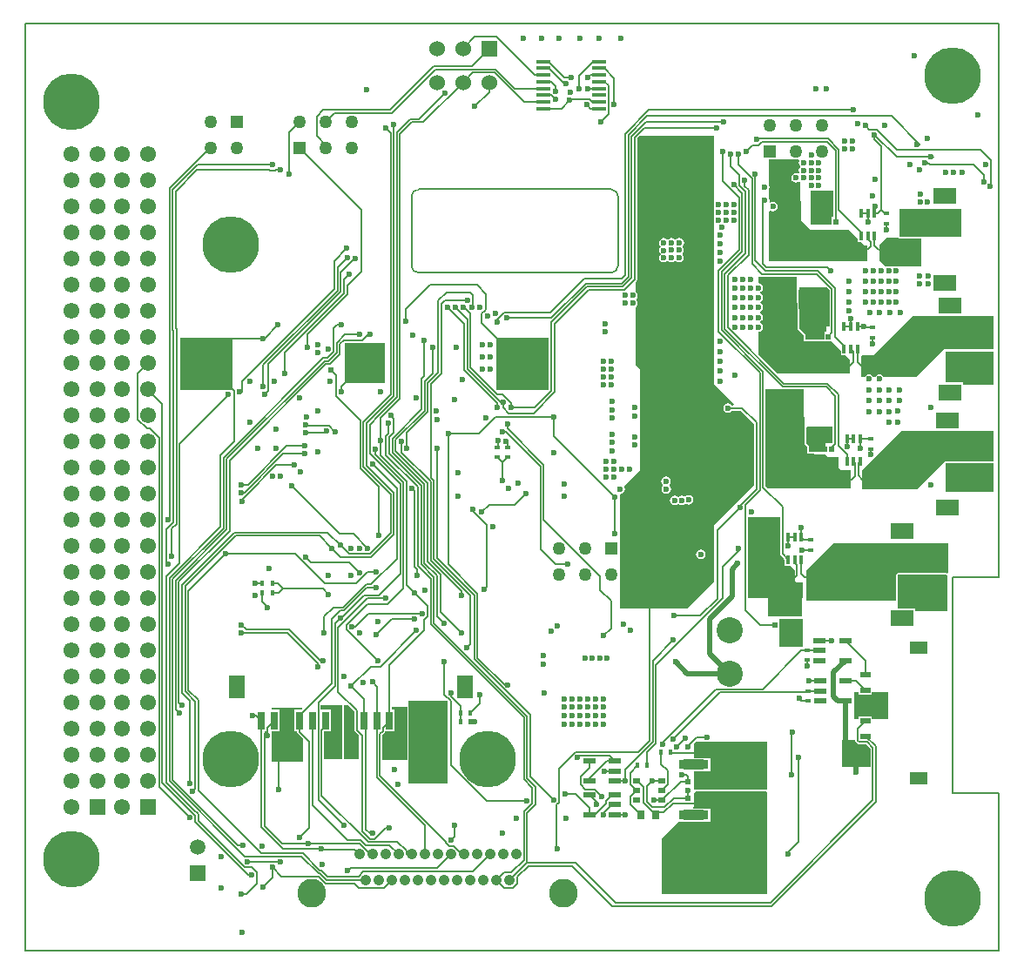
<source format=gbl>
G04*
G04 #@! TF.GenerationSoftware,Altium Limited,Altium Designer,18.1.9 (240)*
G04*
G04 Layer_Physical_Order=4*
G04 Layer_Color=16711680*
%FSLAX44Y44*%
%MOMM*%
G71*
G01*
G75*
%ADD11C,0.2000*%
%ADD14C,0.1524*%
%ADD16C,0.1520*%
%ADD18C,0.1500*%
%ADD19C,0.5000*%
%ADD23R,0.4500X0.6000*%
%ADD24R,0.4000X0.6000*%
%ADD31R,0.6000X0.4000*%
%ADD32R,0.7000X1.8000*%
%ADD33R,1.6000X2.2000*%
%ADD37C,0.6000*%
%ADD40R,0.6000X0.4500*%
%ADD50R,0.7000X1.3000*%
%ADD67R,1.8000X0.7000*%
%ADD68R,2.2000X1.6000*%
%ADD69R,1.2200X0.6000*%
%ADD142C,1.0000*%
%ADD145C,1.0668*%
%ADD146C,2.7940*%
%ADD147C,1.2700*%
%ADD148R,1.2700X1.2700*%
%ADD149R,1.5240X1.5240*%
%ADD150C,1.5240*%
%ADD151C,2.5400*%
%ADD152R,1.5500X1.5500*%
%ADD153C,1.5500*%
%ADD154C,1.5000*%
%ADD155R,1.5000X1.5000*%
%ADD156C,5.5000*%
%ADD157R,5.0800X5.0800*%
%ADD158R,3.9600X3.9600*%
%ADD159R,0.3500X0.8500*%
%ADD160R,2.8000X1.0500*%
%ADD161R,5.0800X8.3300*%
%ADD162R,1.9100X10.8000*%
%ADD163R,1.0000X0.6000*%
%ADD164R,1.8000X1.2500*%
%ADD165R,0.5000X0.5600*%
%ADD166R,1.2100X0.5900*%
%ADD167R,1.8000X0.5600*%
%ADD168R,1.4000X0.3500*%
%ADD169R,0.5500X0.5500*%
%ADD170R,0.7500X0.9000*%
%ADD171R,1.2500X0.9000*%
%ADD172R,0.8000X0.5500*%
%ADD173R,0.8000X0.9000*%
G36*
X752607Y768350D02*
X752307Y766842D01*
X752658Y765077D01*
X753611Y763652D01*
X753622Y762549D01*
X752658Y761106D01*
X752307Y759341D01*
X752658Y757576D01*
X753022Y757033D01*
X752909Y756581D01*
X751461Y756022D01*
X751341Y756102D01*
X749576Y756453D01*
X747811Y756102D01*
X746314Y755102D01*
X745315Y753605D01*
X744964Y751840D01*
X745315Y750075D01*
X746314Y748578D01*
X747811Y747579D01*
X749576Y747227D01*
X751341Y747579D01*
X752496Y748350D01*
X753617Y747921D01*
X753771Y747791D01*
X754142Y711095D01*
X764197Y701040D01*
X795185D01*
Y701040D01*
X801336D01*
X809630Y692746D01*
Y689346D01*
X813030D01*
X816576Y685800D01*
X819115Y685800D01*
Y670560D01*
X723138Y670560D01*
Y719515D01*
X724408Y720194D01*
X725239Y719639D01*
X727004Y719287D01*
X728769Y719639D01*
X730266Y720638D01*
X731265Y722135D01*
X731617Y723900D01*
X731265Y725665D01*
X730266Y727162D01*
X728769Y728161D01*
X727004Y728513D01*
X725239Y728161D01*
X724733Y727823D01*
X723589Y728587D01*
X723828Y729788D01*
X723477Y731553D01*
X723138Y732061D01*
Y740551D01*
X723454Y741023D01*
X723805Y742788D01*
X723454Y744553D01*
X723138Y745026D01*
Y769620D01*
X751924D01*
X752607Y768350D01*
D02*
G37*
G36*
X785899Y713714D02*
X784401D01*
Y706120D01*
X763524D01*
X763524Y739140D01*
X785899D01*
Y713714D01*
D02*
G37*
G36*
X910047Y694620D02*
X849884Y694620D01*
Y721853D01*
X910047D01*
Y694620D01*
D02*
G37*
G36*
X849884Y692970D02*
X870946Y692970D01*
X870946Y665718D01*
X848951D01*
X848833Y665797D01*
X847068Y666148D01*
X845303Y665797D01*
X845185Y665718D01*
X841607D01*
X841489Y665797D01*
X839724Y666148D01*
X837959Y665797D01*
X837841Y665718D01*
X836166D01*
X830388Y671497D01*
Y686624D01*
X837184Y693420D01*
X848799D01*
X849884Y692970D01*
D02*
G37*
G36*
X782070Y642844D02*
Y607958D01*
X781172Y607060D01*
X778885Y607060D01*
Y601954D01*
X776902D01*
Y594694D01*
X763005Y594694D01*
X762373Y594956D01*
X759052D01*
Y598277D01*
X758568Y599443D01*
X752628Y605384D01*
Y606142D01*
X752461D01*
X752090Y642851D01*
X752628Y643394D01*
X752628D01*
Y645486D01*
X779428D01*
X782070Y642844D01*
D02*
G37*
G36*
X941560Y585210D02*
X893237Y585210D01*
X866712Y558685D01*
X834210Y558682D01*
X833649Y559522D01*
X832153Y560522D01*
X830388Y560873D01*
X828623Y560522D01*
X827126Y559522D01*
X826565Y558681D01*
X824463Y558681D01*
X823901Y559522D01*
X822405Y560522D01*
X820640Y560873D01*
X818874Y560522D01*
X817378Y559522D01*
X816816Y558680D01*
X813698Y558680D01*
X812800Y559578D01*
X812800Y578222D01*
X813698Y579120D01*
X824770Y579120D01*
X862870Y617220D01*
X941560Y617220D01*
Y585210D01*
D02*
G37*
G36*
X750824Y604855D02*
X757402Y598277D01*
Y593306D01*
X762373D01*
X762635Y593044D01*
X783836Y593044D01*
X787600Y589280D01*
X787686D01*
Y589194D01*
X793022Y583858D01*
Y579436D01*
X797444D01*
X801624Y575256D01*
Y561340D01*
X731492D01*
X712858Y579974D01*
Y602009D01*
X714623Y602360D01*
X716119Y603360D01*
X717119Y604857D01*
X717470Y606622D01*
X717119Y608387D01*
X716119Y609883D01*
X714884Y610709D01*
X714778Y611213D01*
Y611616D01*
X714884Y612120D01*
X716119Y612945D01*
X717119Y614442D01*
X717470Y616207D01*
X717119Y617972D01*
X716119Y619469D01*
X714844Y620321D01*
X714731Y620962D01*
Y621078D01*
X714844Y621719D01*
X716119Y622571D01*
X717119Y624068D01*
X717470Y625833D01*
X717119Y627598D01*
X716119Y629094D01*
X714844Y629946D01*
X714731Y630588D01*
Y630704D01*
X714844Y631345D01*
X716119Y632197D01*
X717119Y633693D01*
X717470Y635459D01*
X717119Y637224D01*
X716119Y638720D01*
X714945Y639505D01*
X714871Y639779D01*
Y640643D01*
X714945Y640916D01*
X716119Y641701D01*
X717119Y643197D01*
X717470Y644963D01*
X717119Y646728D01*
X716119Y648224D01*
X714623Y649224D01*
X712858Y649575D01*
Y655320D01*
X750314D01*
X750824Y604855D01*
D02*
G37*
G36*
X941560Y550509D02*
X911704Y550509D01*
Y552844D01*
X895131D01*
X895131Y583094D01*
X941560D01*
Y550509D01*
D02*
G37*
G36*
X669544Y551460D02*
X689078Y531926D01*
X688592Y530753D01*
X687122D01*
X686662Y531441D01*
X685166Y532441D01*
X683401Y532792D01*
X681636Y532441D01*
X680139Y531441D01*
X679139Y529944D01*
X678788Y528179D01*
X679139Y526414D01*
X680139Y524918D01*
X681636Y523918D01*
X683401Y523567D01*
X685166Y523918D01*
X686662Y524918D01*
X687122Y525606D01*
X695398D01*
X708497Y512508D01*
Y453252D01*
X669544Y414300D01*
Y358820D01*
X643464Y332740D01*
X578104D01*
Y443745D01*
X578680Y444217D01*
X580445Y444569D01*
X581941Y445569D01*
X582941Y447065D01*
X583293Y448830D01*
X582941Y450595D01*
X582205Y451697D01*
X597869Y467360D01*
X597855Y565500D01*
X593344Y570010D01*
Y626430D01*
X594066Y626912D01*
X595065Y628409D01*
X595417Y630174D01*
X595065Y631939D01*
X594384Y632958D01*
X594167Y633854D01*
X594384Y634750D01*
X595065Y635769D01*
X595417Y637534D01*
X595065Y639300D01*
X594066Y640796D01*
X593344Y641278D01*
Y650754D01*
X594253Y651663D01*
X594758Y652419D01*
X594935Y653311D01*
Y790068D01*
X597347Y792480D01*
X669544D01*
X669544Y551460D01*
D02*
G37*
G36*
X785069Y510333D02*
Y494232D01*
X777901D01*
X777901Y486521D01*
X777003Y485622D01*
X767080Y485622D01*
X766807Y485736D01*
X762302D01*
Y490241D01*
X761818Y491407D01*
X759564Y493661D01*
X759405Y509431D01*
X760298Y510333D01*
X785069Y510333D01*
D02*
G37*
G36*
X735657Y546511D02*
X735693Y546487D01*
X735841Y546457D01*
X736585Y546309D01*
X757383D01*
X757921Y492971D01*
X760652Y490241D01*
Y484086D01*
X766807D01*
X767976Y482916D01*
X777948D01*
X780805Y480060D01*
X790936D01*
Y469929D01*
X793188Y467677D01*
X802640Y467677D01*
Y449580D01*
X722116D01*
X719735Y451961D01*
Y546511D01*
X735657D01*
D02*
G37*
G36*
X941560Y505460D02*
Y476086D01*
X894552Y476086D01*
X868046Y449460D01*
X814782Y449460D01*
X813884Y450358D01*
X813884Y467199D01*
X852145Y505460D01*
X941560Y505460D01*
D02*
G37*
G36*
Y446448D02*
X895131Y446448D01*
X895131Y474330D01*
X895237Y474437D01*
X941560Y474437D01*
Y446448D01*
D02*
G37*
G36*
X897382Y396480D02*
X897382Y368200D01*
X897340Y368135D01*
X896265Y367383D01*
X896115Y367351D01*
X895973Y367410D01*
X848634Y367410D01*
X847468Y366926D01*
X846984Y365760D01*
X846984Y340360D01*
X759460Y340360D01*
X759460Y370312D01*
X785628Y396480D01*
X897382Y396480D01*
D02*
G37*
G36*
X734107Y421640D02*
Y396108D01*
X734063Y395890D01*
Y391511D01*
X734107Y391292D01*
Y386058D01*
X734284Y385166D01*
X734789Y384410D01*
X737620Y381580D01*
X737622Y381348D01*
X738490Y380480D01*
Y374958D01*
X744012D01*
X748384Y370586D01*
X748384Y360216D01*
X749726Y358874D01*
X756175D01*
X756175Y342900D01*
X755650D01*
Y325120D01*
X722630D01*
Y342900D01*
X702561D01*
Y421640D01*
X734107Y421640D01*
D02*
G37*
G36*
X895973Y365760D02*
X896855Y364490D01*
X896602Y363220D01*
Y330200D01*
X865222Y330200D01*
Y333234D01*
X848634D01*
X848634Y365760D01*
X895973Y365760D01*
D02*
G37*
G36*
X756121Y295874D02*
X733261D01*
X733261Y312446D01*
X733414D01*
Y321094D01*
X733261D01*
Y322664D01*
X756121D01*
X756121Y295874D01*
D02*
G37*
G36*
X839470Y225924D02*
X823396D01*
Y228284D01*
X810348D01*
Y225924D01*
X806450D01*
X806450Y252123D01*
X810348D01*
Y249236D01*
X823396D01*
Y252123D01*
X839470D01*
X839470Y225924D01*
D02*
G37*
G36*
X320319Y232981D02*
Y214981D01*
X320497Y214089D01*
X321002Y213333D01*
X324344Y209991D01*
Y186749D01*
X309944D01*
Y239109D01*
X314192D01*
X320319Y232981D01*
D02*
G37*
G36*
X308295Y186749D02*
X308133Y186507D01*
X290529Y186507D01*
Y213476D01*
X296888D01*
Y234524D01*
X287481D01*
Y238867D01*
X308295Y238867D01*
Y186749D01*
D02*
G37*
G36*
X371384Y185477D02*
X347243Y185477D01*
Y210350D01*
X349298Y212405D01*
X349803Y213161D01*
X349866Y213476D01*
X359388D01*
Y234524D01*
X356695D01*
Y237837D01*
X371384Y237837D01*
Y185477D01*
D02*
G37*
G36*
X269310Y235675D02*
X268437Y234524D01*
X261840D01*
Y213476D01*
X264533D01*
Y213196D01*
X264711Y212304D01*
X265216Y211548D01*
X270036Y206728D01*
Y183967D01*
X239556Y183967D01*
X239556Y207628D01*
X239587Y207675D01*
X239938Y209440D01*
X239587Y211205D01*
X239556Y211252D01*
Y213476D01*
X246888D01*
Y234524D01*
X239556D01*
Y236327D01*
X269050Y236327D01*
X269310Y235675D01*
D02*
G37*
G36*
X807255Y204813D02*
X807432Y203921D01*
X807937Y203165D01*
X809277Y201826D01*
X810033Y201321D01*
X810925Y201143D01*
X817425D01*
X821827Y196742D01*
Y179031D01*
X793872D01*
X793872Y205230D01*
X807255D01*
Y204813D01*
D02*
G37*
G36*
X410948Y242719D02*
Y162669D01*
X373033D01*
Y243369D01*
X410299D01*
X410948Y242719D01*
D02*
G37*
G36*
X721541Y203137D02*
X721541Y156600D01*
X663404Y156600D01*
X651337D01*
X650404Y157414D01*
Y170700D01*
Y174600D01*
X658251D01*
X659955Y174824D01*
X660756Y175156D01*
X666025D01*
Y187204D01*
X660756D01*
X659955Y187536D01*
X658251Y187760D01*
X650404D01*
Y201865D01*
X651881Y203342D01*
X721541Y203137D01*
D02*
G37*
G36*
X720271Y154950D02*
X721541Y153680D01*
X721541Y55400D01*
X618781Y55400D01*
X618781Y109257D01*
X635580Y126056D01*
X639247D01*
X640048Y125724D01*
X641751Y125500D01*
X658251D01*
X659955Y125724D01*
X660756Y126056D01*
X666025D01*
Y138104D01*
X660756D01*
X659955Y138436D01*
X658251Y138660D01*
X649844D01*
X649358Y139834D01*
X650404Y140880D01*
X650404Y153962D01*
X650821Y154404D01*
X651674Y154950D01*
X663404D01*
X720271Y154950D01*
D02*
G37*
%LPC*%
G36*
X636016Y693461D02*
X634251Y693110D01*
X632754Y692110D01*
X631912D01*
X630415Y693110D01*
X628650Y693461D01*
X626885Y693110D01*
X625686Y692309D01*
X624840Y692188D01*
X623994Y692309D01*
X622795Y693110D01*
X621030Y693461D01*
X619265Y693110D01*
X617768Y692110D01*
X616768Y690613D01*
X616417Y688848D01*
X616768Y687083D01*
X617768Y685586D01*
Y684744D01*
X616768Y683247D01*
X616417Y681482D01*
X616768Y679717D01*
X617768Y678220D01*
Y677632D01*
X616768Y676135D01*
X616417Y674370D01*
X616768Y672605D01*
X617768Y671108D01*
X619265Y670108D01*
X621030Y669757D01*
X622795Y670108D01*
X623994Y670910D01*
X624840Y671030D01*
X625686Y670910D01*
X626885Y670108D01*
X628650Y669757D01*
X630415Y670108D01*
X631912Y671108D01*
X632474D01*
X633971Y670108D01*
X635736Y669757D01*
X637501Y670108D01*
X638998Y671108D01*
X639997Y672605D01*
X640349Y674370D01*
X639997Y676135D01*
X639322Y677146D01*
X639024Y678474D01*
X640023Y679971D01*
X640375Y681736D01*
X640023Y683501D01*
X639536Y684231D01*
X639278Y685586D01*
X640277Y687083D01*
X640629Y688848D01*
X640277Y690613D01*
X639278Y692110D01*
X637781Y693110D01*
X636016Y693461D01*
D02*
G37*
G36*
X622952Y461548D02*
X621186Y461197D01*
X619690Y460197D01*
X618690Y458700D01*
X618339Y456935D01*
X618690Y455170D01*
X619598Y453810D01*
X620054Y452588D01*
X619054Y451091D01*
X618703Y449326D01*
X619054Y447561D01*
X620054Y446064D01*
X621551Y445065D01*
X623316Y444713D01*
X625081Y445065D01*
X626578Y446064D01*
X627578Y447561D01*
X627929Y449326D01*
X627578Y451091D01*
X626669Y452451D01*
X626213Y453673D01*
X627213Y455170D01*
X627564Y456935D01*
X627213Y458700D01*
X626213Y460197D01*
X624717Y461197D01*
X622952Y461548D01*
D02*
G37*
G36*
X645160Y443271D02*
X643395Y442920D01*
X641898Y441920D01*
X641873Y441881D01*
X641564Y441666D01*
X640067Y442665D01*
X638302Y443017D01*
X636537Y442665D01*
X635040Y441666D01*
X635015Y441627D01*
X634706Y441412D01*
X633209Y442411D01*
X631444Y442763D01*
X629679Y442411D01*
X628182Y441412D01*
X627183Y439915D01*
X626831Y438150D01*
X627183Y436385D01*
X628182Y434888D01*
X629679Y433889D01*
X631444Y433537D01*
X633209Y433889D01*
X634706Y434888D01*
X634731Y434927D01*
X635040Y435142D01*
X636537Y434142D01*
X638302Y433791D01*
X640067Y434142D01*
X641564Y435142D01*
X641589Y435181D01*
X641898Y435396D01*
X643395Y434397D01*
X645160Y434045D01*
X646925Y434397D01*
X648422Y435396D01*
X649421Y436893D01*
X649773Y438658D01*
X649421Y440423D01*
X648422Y441920D01*
X646925Y442920D01*
X645160Y443271D01*
D02*
G37*
G36*
X656844Y390485D02*
X655079Y390134D01*
X653582Y389134D01*
X652582Y387638D01*
X652231Y385873D01*
X652582Y384108D01*
X653582Y382611D01*
X655079Y381611D01*
X656844Y381260D01*
X658609Y381611D01*
X660106Y382611D01*
X661105Y384108D01*
X661457Y385873D01*
X661105Y387638D01*
X660106Y389134D01*
X658609Y390134D01*
X656844Y390485D01*
D02*
G37*
%LPD*%
D11*
X672846Y342358D02*
Y409194D01*
X656494Y326006D02*
X672846Y342358D01*
X630468Y326006D02*
X656494D01*
X513649Y500827D02*
Y519237D01*
X573024Y405892D02*
Y441452D01*
X513649Y500827D02*
X573024Y441452D01*
X466598Y258572D02*
X469392D01*
X439912Y285258D02*
X466598Y258572D01*
X439912Y285258D02*
Y347497D01*
X432364Y223018D02*
X437382D01*
X411370Y376039D02*
X439912Y347497D01*
X411370Y376039D02*
Y503420D01*
X672846Y409194D02*
X694944Y431292D01*
Y433074D01*
X711070Y449200D01*
Y514226D01*
X697117Y528179D02*
X711070Y514226D01*
X683401Y528179D02*
X697117D01*
X411370Y503420D02*
X441190D01*
X457007Y519237D01*
X513649D01*
X231140Y595748D02*
X232528D01*
X245761Y608981D01*
X370078Y612648D02*
X370332Y612902D01*
Y623962D01*
X394170Y647800D01*
X447200Y623012D02*
X448310Y624123D01*
X447104Y623012D02*
X447200D01*
X443840Y619749D02*
X447104Y623012D01*
X443840Y611000D02*
Y619749D01*
X394170Y647800D02*
X439574D01*
X448310Y624123D02*
Y639064D01*
X439574Y647800D02*
X448310Y639064D01*
X443840Y611000D02*
X483850Y570990D01*
X246720Y189520D02*
X250768Y193568D01*
X246720Y157100D02*
Y189520D01*
X806712Y185781D02*
X808892D01*
X633399Y198799D02*
X641800Y207200D01*
X633399Y198500D02*
Y198799D01*
X644199Y198900D02*
Y199299D01*
X653000Y208100D01*
X663100D01*
X644001Y148630D02*
Y156398D01*
X638500Y171000D02*
X642800D01*
X644001Y169799D01*
Y164630D02*
Y169799D01*
D14*
X678184Y343049D02*
Y373892D01*
X613156Y278020D02*
X678184Y343049D01*
X613156Y202049D02*
Y278020D01*
X269823Y95065D02*
X286437Y78452D01*
X229183Y95065D02*
X269823D01*
X286437Y78452D02*
X288092D01*
X249212Y72356D02*
X285182D01*
X240284Y81284D02*
X249212Y72356D01*
X285182D02*
X291786Y65752D01*
X627658Y192834D02*
X671420D01*
X745284Y171744D02*
Y211884D01*
X746022Y212622D01*
X739876Y93980D02*
X741680D01*
X739876D02*
X751840Y105944D01*
Y187955D01*
X700230Y331010D02*
Y433713D01*
Y331010D02*
X714470Y316770D01*
X678184Y373892D02*
X693088Y388796D01*
Y391631D01*
X700230Y433713D02*
X714356Y447839D01*
X699768Y743595D02*
Y749300D01*
X694482Y744570D02*
Y754443D01*
Y744570D02*
X700286Y738766D01*
X699768Y743595D02*
X703334Y740029D01*
X685800Y763126D02*
X694482Y754443D01*
X688904Y745451D02*
X697238Y737117D01*
X678180Y748700D02*
X694190Y732690D01*
X709854Y671778D02*
Y755726D01*
Y671778D02*
X719993Y661638D01*
X693420Y764685D02*
X706806Y751299D01*
X693420Y764685D02*
Y774700D01*
X706806Y668484D02*
X716699Y658590D01*
X706806Y668484D02*
Y751299D01*
X703334Y677179D02*
Y740029D01*
X683304Y657150D02*
X703334Y677179D01*
X700286Y678442D02*
Y738766D01*
X680256Y658412D02*
X700286Y678442D01*
X677208Y660444D02*
X697238Y680474D01*
Y737117D01*
X716699Y658590D02*
X769620D01*
X694190Y681971D02*
Y732690D01*
X678180Y748700D02*
Y777240D01*
X685800Y763126D02*
Y774700D01*
X683304Y606231D02*
Y657150D01*
X674160Y661941D02*
X694190Y681971D01*
X717550Y728122D02*
X719216Y729788D01*
X719993Y661638D02*
X770882D01*
X701040Y777240D02*
X707136Y783336D01*
X711464Y789350D02*
X712057Y789943D01*
X707136Y783336D02*
X712925D01*
X847380Y772270D02*
X882850D01*
X553422Y157000D02*
X560324Y150098D01*
X436626Y283862D02*
X490920Y229569D01*
X436626Y283862D02*
Y346136D01*
X490920Y169287D02*
Y229569D01*
X397462Y318716D02*
X487872Y228306D01*
X397462Y318716D02*
Y363748D01*
X487872Y168025D02*
Y228306D01*
X394414Y317453D02*
X484824Y227043D01*
X394414Y317453D02*
Y362158D01*
X484824Y166762D02*
Y227043D01*
X714356Y447839D02*
Y562248D01*
X790754Y491499D02*
Y541060D01*
X780126Y551688D02*
X790754Y541060D01*
X737848Y551688D02*
X780126D01*
X353060Y503206D02*
Y513080D01*
X350932Y501078D02*
X353060Y503206D01*
X350932Y482329D02*
Y501078D01*
Y482329D02*
X382016Y451245D01*
X470854Y73372D02*
X471463D01*
X358346Y504181D02*
Y517954D01*
X353980Y499815D02*
X358346Y504181D01*
X353980Y483592D02*
Y499815D01*
Y483592D02*
X385064Y452508D01*
X358426Y539802D02*
Y804453D01*
X204566Y404066D02*
X286084D01*
X262412Y386080D02*
X291234Y357258D01*
X194426Y386080D02*
X262412D01*
X336124Y276760D02*
X345183D01*
X317068Y257704D02*
X336124Y276760D01*
X229786Y120365D02*
Y224000D01*
X232834Y121627D02*
Y211737D01*
X235150Y214053D01*
X325434Y104346D02*
X335580Y94200D01*
X275892Y104346D02*
X325434D01*
X326141Y107950D02*
X331173Y102918D01*
X313368Y107950D02*
X326141D01*
X279194Y142125D02*
X313368Y107950D01*
X275590Y104648D02*
X275892Y104346D01*
X251091Y99060D02*
X288199D01*
X229786Y120365D02*
X251091Y99060D01*
X249813Y104648D02*
X275590D01*
X232834Y121627D02*
X249813Y104648D01*
X288199Y99060D02*
X288293Y98966D01*
X319855D01*
X327660Y593852D02*
X333248Y599440D01*
X335280D01*
X309719Y593852D02*
X327660D01*
X303338Y608900D02*
X307340D01*
X299926Y605488D02*
X303338Y608900D01*
X299926Y583020D02*
Y605488D01*
X283298Y792480D02*
Y811728D01*
Y792480D02*
X291934Y783844D01*
Y781173D02*
Y783844D01*
X382978Y809026D02*
X408572Y834620D01*
X375938Y805978D02*
X387406D01*
X425704Y844276D01*
Y844550D01*
X374675Y809026D02*
X382978D01*
X364522Y794562D02*
X375938Y805978D01*
X364522Y537277D02*
Y794562D01*
X331924Y513300D02*
X358426Y539802D01*
X355378Y541064D02*
Y795738D01*
X328876Y514562D02*
X355378Y541064D01*
X361474Y795825D02*
X374675Y809026D01*
X361474Y538539D02*
Y795825D01*
X827975Y799159D02*
X848000Y779134D01*
X823587Y799159D02*
X827975D01*
X823512Y799084D02*
X823587Y799159D01*
X820720Y799084D02*
X823512D01*
X817164Y802640D02*
X820720Y799084D01*
X848000Y779134D02*
X929126D01*
X938530Y743806D02*
X939069Y744345D01*
Y769191D01*
X929126Y779134D02*
X939069Y769191D01*
X932180Y748538D02*
Y754380D01*
X931926Y748284D02*
X932180Y748538D01*
X842395Y812009D02*
X869984Y784420D01*
X209996Y445732D02*
X213152D01*
X407416Y249548D02*
X414020Y242944D01*
X407416Y249548D02*
Y281178D01*
X407162D02*
X407416D01*
X406908Y280924D02*
X407162Y281178D01*
X400510Y325303D02*
X407416Y318397D01*
X403558Y329730D02*
X424180Y309108D01*
X414020Y180556D02*
Y242944D01*
X344912Y170162D02*
X408734Y106340D01*
X341864Y168899D02*
X388304Y122459D01*
X344912Y170162D02*
Y211315D01*
X341864Y168899D02*
Y224000D01*
X414020Y180556D02*
X448579Y145997D01*
X408318Y632968D02*
X430276D01*
X397256Y381196D02*
X432754Y345698D01*
Y298134D02*
Y345698D01*
X429260Y294640D02*
X432754Y298134D01*
X400812Y381950D02*
X436626Y346136D01*
X400510Y325303D02*
Y365010D01*
X476064Y433900D02*
X486664Y444500D01*
X451084Y433900D02*
X476064D01*
X443904Y426720D02*
X451084Y433900D01*
X216526Y74162D02*
X219964D01*
X165220Y125468D02*
X216526Y74162D01*
X225298Y65532D02*
Y76304D01*
X215166Y55400D02*
X225298Y65532D01*
X209804Y55400D02*
X215166D01*
X220318Y81284D02*
X225298Y76304D01*
X400812Y381950D02*
Y488893D01*
X563227Y858483D02*
X572770Y848940D01*
Y823442D02*
Y848940D01*
X559816Y806704D02*
X567030Y813918D01*
X358140Y804167D02*
X358426Y804453D01*
X752348Y245618D02*
Y246126D01*
Y245618D02*
X754308Y243658D01*
X761238D01*
Y252658D02*
X761540Y252960D01*
X760226Y251646D02*
X761238Y252658D01*
X675826Y251646D02*
X760226D01*
X761540Y252960D02*
X772688D01*
X760730Y277114D02*
Y283303D01*
X717228Y254694D02*
X754837Y292303D01*
X671398Y254694D02*
X717228D01*
X754837Y292303D02*
X760730D01*
X760913Y292120D01*
X772368D01*
X500888Y390902D02*
Y471377D01*
X515362Y376428D02*
X527812D01*
X500888Y390902D02*
X515362Y376428D01*
X559006Y350844D02*
Y364030D01*
X503936Y419100D02*
X559006Y364030D01*
X503936Y419100D02*
Y472966D01*
X828626Y717120D02*
X832104Y720598D01*
X825904Y717120D02*
X828626D01*
X832104Y720598D02*
X835501Y717201D01*
X837184D01*
X832104Y720598D02*
Y782876D01*
X720970Y664972D02*
X779780D01*
X717550Y668392D02*
X720970Y664972D01*
X717550Y668392D02*
Y728122D01*
X779780Y664972D02*
X782828Y661924D01*
X826770Y717986D02*
Y724662D01*
X806712Y192451D02*
Y199121D01*
X824158Y146584D02*
Y197707D01*
X827206Y145322D02*
Y198969D01*
X818391Y203474D02*
X824158Y197707D01*
X725698Y43814D02*
X827206Y145322D01*
X817415Y208760D02*
X827206Y198969D01*
X724436Y46862D02*
X824158Y146584D01*
X816872Y208760D02*
X817415D01*
X810925Y203474D02*
X818391D01*
X825777Y789203D02*
Y793873D01*
Y789203D02*
X832104Y782876D01*
X837103Y717120D02*
X837184Y717201D01*
X825777Y793873D02*
X847380Y772270D01*
X664464Y118470D02*
X674624Y128630D01*
X664464Y67056D02*
Y118470D01*
X468884Y508018D02*
Y512318D01*
Y508018D02*
X503936Y472966D01*
X464220Y505206D02*
X467059D01*
X500888Y471377D01*
X618451Y181900D02*
X625067Y175284D01*
X618451Y181900D02*
Y193040D01*
X625067Y161911D02*
Y175284D01*
X198900Y548640D02*
Y595748D01*
X580130Y653758D02*
X583485Y657113D01*
X543268Y653758D02*
X580130D01*
X579967Y649284D02*
X586533Y655850D01*
X545168Y649284D02*
X579967D01*
X510613Y621103D02*
X543268Y653758D01*
X511702Y615817D02*
X545168Y649284D01*
X309880Y653288D02*
X314706Y658114D01*
X309880Y639917D02*
Y653288D01*
X326596Y660860D02*
Y721111D01*
X312928Y647192D02*
X326596Y660860D01*
X312928Y638654D02*
Y647192D01*
X582422Y643128D02*
X592605Y653311D01*
X586533Y655850D02*
Y793641D01*
X583485Y794903D02*
X606461Y817880D01*
X583485Y657113D02*
Y794903D01*
X429844Y566261D02*
Y614604D01*
X426796Y564999D02*
Y609574D01*
X410514Y625856D02*
X426796Y609574D01*
X418592Y625856D02*
X429844Y614604D01*
X432542Y640588D02*
X434090Y639040D01*
X434086Y625856D02*
X435562Y627332D01*
Y637561D01*
X434086Y639036D02*
X435562Y637561D01*
X404972Y629622D02*
X408318Y632968D01*
X430276Y632714D02*
Y632968D01*
X459220Y611578D02*
Y614199D01*
X466124Y621103D02*
X510613D01*
X459220Y614199D02*
X466124Y621103D01*
X468314Y615817D02*
X511702D01*
X514829Y610333D02*
X547624Y643128D01*
X582422D01*
X592605Y653311D02*
Y791033D01*
X559006Y350844D02*
X569490Y340360D01*
X514829Y543556D02*
Y610333D01*
X404972Y561794D02*
Y629622D01*
X401526Y562658D02*
Y632509D01*
X409605Y640588D01*
X387858Y558748D02*
Y593598D01*
X409605Y640588D02*
X432542D01*
X385428Y556318D02*
X387858Y558748D01*
X385428Y526953D02*
Y556318D01*
X391524Y552656D02*
X401526Y562658D01*
X391524Y524427D02*
Y552656D01*
X371046Y503950D02*
X391524Y524427D01*
X394797Y551618D02*
X404972Y561794D01*
X394797Y460017D02*
Y551618D01*
X388476Y525690D02*
Y553918D01*
X434086Y639036D02*
X434090Y639040D01*
X712925Y783336D02*
X716484Y786895D01*
X602167Y800596D02*
X672604D01*
X266534Y781173D02*
X326596Y721111D01*
X306832Y660130D02*
X320056Y673354D01*
X321310D01*
X303784Y642442D02*
Y664764D01*
X306832Y641179D02*
Y660130D01*
X345646Y518401D02*
X364522Y537277D01*
X303784Y664764D02*
X313644Y674624D01*
X300736Y671322D02*
X312674Y683260D01*
X300736Y643704D02*
Y671322D01*
X574278Y46862D02*
X724436D01*
X535322Y85818D02*
X574278Y46862D01*
X487872Y85818D02*
X535322D01*
X571116Y43814D02*
X725698D01*
X532160Y82770D02*
X571116Y43814D01*
X489134Y82770D02*
X532160D01*
X345646Y496885D02*
Y518401D01*
X355600Y520700D02*
X358346Y517954D01*
X446430Y351770D02*
X449110Y354450D01*
X435548Y427601D02*
X449110Y414039D01*
Y354450D02*
Y414039D01*
X435548Y427601D02*
Y429260D01*
X394208Y379933D02*
X424180Y349961D01*
X403558Y329730D02*
Y366273D01*
X391160Y378671D02*
X403558Y366273D01*
X388112Y377408D02*
X400510Y365010D01*
X385064Y376146D02*
X397462Y363748D01*
X382016Y374556D02*
X394414Y362158D01*
X627452Y193040D02*
X627658Y192834D01*
X604369Y160005D02*
X609972Y165608D01*
X272951Y504190D02*
X291798D01*
X293068Y505460D01*
X295257Y510746D02*
X300790Y505214D01*
X301390D01*
X273946Y510746D02*
X295257D01*
X272978Y511714D02*
X273946Y510746D01*
X459599Y491015D02*
Y496499D01*
X458724Y490140D02*
X459599Y491015D01*
X467200Y495900D02*
X468884Y494216D01*
Y490140D02*
Y494216D01*
X274320Y600046D02*
X312928Y638654D01*
X274320Y586740D02*
Y600046D01*
X242971Y759460D02*
X248100D01*
X242766Y759254D02*
X242971Y759460D01*
X238386Y759254D02*
X242766D01*
X238181Y759460D02*
X238386Y759254D01*
X166870Y759460D02*
X238181D01*
X146324Y738913D02*
X166870Y759460D01*
X143276Y740176D02*
X167640Y764540D01*
X240576D01*
X511177Y832483D02*
X515620Y828040D01*
X529664Y827556D02*
X530354Y828246D01*
X521590Y819483D02*
X529664Y827556D01*
X140228Y741733D02*
X179713Y781218D01*
X289827Y818257D02*
X355160D01*
X300570Y815209D02*
X356423D01*
X355160Y818257D02*
X397455Y860552D01*
X356423Y815209D02*
X398718Y857504D01*
X434086Y860552D02*
X451104Y877570D01*
X397455Y860552D02*
X434086D01*
X283298Y811728D02*
X289827Y818257D01*
X291934Y806573D02*
X300570Y815209D01*
X398718Y857504D02*
X457590D01*
X476112Y838983D01*
X503744D01*
X484801Y825983D02*
X503744D01*
X604901Y812009D02*
X634092D01*
X586533Y793641D02*
X604901Y812009D01*
X567030Y813918D02*
Y841761D01*
X592605Y791033D02*
X602167Y800596D01*
X548917Y828246D02*
X551180Y825983D01*
X530354Y828246D02*
X548917D01*
X551180Y825983D02*
X557744D01*
X515620Y835660D02*
Y841309D01*
X538480Y838200D02*
Y851202D01*
X546890Y838470D02*
X557231D01*
X503744Y832483D02*
X511177D01*
X503744Y819483D02*
X521590D01*
X511446Y845483D02*
X515620Y841309D01*
X503744Y845483D02*
X511446D01*
X509227Y864983D02*
X524433Y849777D01*
X503744Y864983D02*
X509227D01*
Y858483D02*
X524430Y843280D01*
X503744Y858483D02*
X509227D01*
X524433Y849777D02*
X530860D01*
X524430Y843280D02*
X525780D01*
X552261Y864983D02*
X557744D01*
X538480Y851202D02*
X552261Y864983D01*
X350520Y800596D02*
X355378Y795738D01*
X425704Y844550D02*
X435610Y854456D01*
X456328D01*
X484801Y825983D01*
X495164Y851983D02*
X503744D01*
X425704Y877570D02*
X437134Y889000D01*
X458147D01*
X495164Y851983D01*
X307340Y543560D02*
Y548640D01*
X330200Y571500D01*
X302054Y539599D02*
Y560243D01*
X297180Y565117D02*
X302054Y560243D01*
Y539599D02*
X325828Y515825D01*
Y469686D02*
Y515825D01*
X297180Y565117D02*
X299679Y567616D01*
X569490Y313702D02*
Y340360D01*
X412421Y101820D02*
X416860D01*
X408734Y105506D02*
X412421Y101820D01*
X408734Y105506D02*
Y106340D01*
X414020Y107696D02*
X417578Y111254D01*
X344912Y211315D02*
X347650Y214053D01*
Y217286D01*
X354364Y224000D01*
X285150Y146650D02*
X309880Y121920D01*
X285150Y146650D02*
Y241389D01*
X288198Y151077D02*
X333310Y105966D01*
X361914D01*
X288198Y151077D02*
Y214538D01*
X350376Y119380D02*
X354364D01*
X340009Y109014D02*
X350376Y119380D01*
X335630Y109014D02*
X340009D01*
X328106Y116538D02*
X335630Y109014D01*
X335580Y94200D02*
X337504D01*
X361914Y105966D02*
X370524Y97356D01*
X331173Y102918D02*
X354186D01*
X362904Y94200D01*
X331154Y118426D02*
X335280Y114300D01*
X337820D01*
X328106Y116538D02*
Y209525D01*
X322650Y214981D02*
X328106Y209525D01*
X322650Y214981D02*
Y233947D01*
X304442Y252155D02*
X322650Y233947D01*
X304442Y252155D02*
Y314308D01*
X331154Y118426D02*
Y222210D01*
X329364Y224000D02*
X331154Y222210D01*
X388304Y94200D02*
Y122459D01*
X301394Y257633D02*
Y318736D01*
X285150Y241389D02*
X301394Y257633D01*
X304442Y314308D02*
X333033Y342900D01*
X301394Y318736D02*
X306368Y323710D01*
X298346Y260158D02*
Y323163D01*
X306206Y331024D02*
X310354D01*
X298346Y323163D02*
X306206Y331024D01*
X266864Y228676D02*
X298346Y260158D01*
X332391Y353060D02*
X341068D01*
X310354Y331024D02*
X332391Y353060D01*
X307351Y323710D02*
X329589Y345948D01*
X343688D01*
X306368Y323710D02*
X307351D01*
X309092Y334072D02*
X331636Y356616D01*
X299720Y334072D02*
X309092D01*
X290768Y325120D02*
X299720Y334072D01*
X290768Y309234D02*
Y325120D01*
X331636Y356616D02*
X336536D01*
X364578Y366838D02*
Y454509D01*
X343688Y345948D02*
X364578Y366838D01*
X333033Y342900D02*
X350204D01*
X332678Y337614D02*
X352393D01*
X312214Y317150D02*
X332678Y337614D01*
X312214Y312771D02*
Y317150D01*
X336536Y356616D02*
X361530Y381610D01*
X367626Y352846D02*
Y455771D01*
X370674Y355766D02*
Y457034D01*
X332872Y368624D02*
X341068D01*
X321506Y357258D02*
X332872Y368624D01*
X361530Y381610D02*
Y450081D01*
X266864Y224000D02*
Y228676D01*
X337504Y261620D02*
X341864Y257260D01*
Y224000D02*
Y257260D01*
X387906Y311772D02*
Y322010D01*
X354364Y278230D02*
X387906Y311772D01*
X354364Y224000D02*
Y278230D01*
X155504Y252436D02*
X165306Y242634D01*
Y157686D02*
Y242634D01*
X162560Y154940D02*
X165306Y157686D01*
X158552Y253699D02*
X168354Y243897D01*
Y155894D02*
Y243897D01*
Y155894D02*
X229183Y95065D01*
X152456Y251173D02*
X160020Y243609D01*
Y162560D02*
Y243609D01*
X152400Y238760D02*
Y238903D01*
X146360Y234640D02*
Y360443D01*
X143312Y166712D02*
Y361706D01*
X140264Y165326D02*
Y362968D01*
X137160Y163983D02*
Y364174D01*
X133398Y163435D02*
Y531660D01*
X130350Y159144D02*
Y498847D01*
X121197Y508000D02*
X130350Y498847D01*
X119604Y545453D02*
X133398Y531660D01*
X146360Y234640D02*
X149860Y231140D01*
X149408Y241895D02*
X152400Y238903D01*
X149408Y241895D02*
Y359180D01*
X206814Y103210D02*
X211564D01*
X143312Y166712D02*
X206814Y103210D01*
X140264Y165326D02*
X213573Y92017D01*
X137160Y163983D02*
X163249Y137894D01*
X133398Y163435D02*
X161987Y134846D01*
X162124D01*
X163249Y137894D02*
X163386D01*
X224412Y228952D02*
X229364Y224000D01*
X220980Y228952D02*
X224412D01*
X235150Y217286D02*
X235326Y217462D01*
X241864Y224000D01*
X235326Y209440D02*
Y217462D01*
X130350Y159144D02*
X159934Y129560D01*
X137160Y364174D02*
X150066Y377080D01*
X163386Y137894D02*
X168268Y133012D01*
X140264Y362968D02*
X189910Y412614D01*
X143312Y361706D02*
X192958Y411352D01*
X162124Y134846D02*
X165220Y131749D01*
X235150Y214053D02*
Y217286D01*
X229364Y224000D02*
X229786D01*
X279194Y142125D02*
Y223830D01*
X317068Y257704D02*
X329364Y245408D01*
Y224000D02*
Y245408D01*
X370524Y94200D02*
Y97356D01*
X289560Y221696D02*
X291864Y224000D01*
X289560Y215900D02*
Y221696D01*
X288198Y214538D02*
X289560Y215900D01*
X276146Y119862D02*
Y203914D01*
X266864Y110580D02*
X276146Y119862D01*
X266864Y213196D02*
Y224000D01*
Y213196D02*
X276146Y203914D01*
X284370Y276245D02*
Y279583D01*
X254581Y309372D02*
X284370Y279583D01*
X209996Y309372D02*
X254581D01*
X287468Y281940D02*
X289560D01*
X256988Y312420D02*
X287468Y281940D01*
X214716Y312420D02*
X256988D01*
X279194Y223830D02*
X279364Y224000D01*
X414020Y247288D02*
Y250924D01*
Y247288D02*
X423364Y237944D01*
Y231140D02*
Y237944D01*
X493035Y143807D02*
Y158551D01*
X484824Y166762D02*
X493035Y158551D01*
X496083Y142545D02*
Y159813D01*
X487872Y168025D02*
X496083Y159813D01*
X484824Y135596D02*
X493035Y143807D01*
X484824Y88584D02*
Y135596D01*
X487872Y134334D02*
X496083Y142545D01*
X487872Y85818D02*
Y134334D01*
X448579Y145997D02*
X487749D01*
X472660Y76420D02*
X484824Y88584D01*
X465774Y76420D02*
X472660D01*
X417578Y111254D02*
Y122112D01*
X423364Y228239D02*
Y231140D01*
X424180Y345440D02*
Y349961D01*
X423364Y223018D02*
Y228239D01*
X423429Y228304D01*
X490920Y169287D02*
X513649Y146558D01*
X397256Y381196D02*
Y457558D01*
X357028Y498553D02*
X385428Y526953D01*
X360076Y497290D02*
X388476Y525690D01*
Y553918D02*
X396240Y561683D01*
X394797Y460017D02*
X397256Y457558D01*
X357028Y484855D02*
Y498553D01*
X371046Y489099D02*
Y503950D01*
X370840Y488893D02*
X371046Y489099D01*
X335031Y512097D02*
X344019Y521085D01*
X340360Y483037D02*
Y487680D01*
Y483037D02*
X367626Y455771D01*
X365554Y495194D02*
X365760Y495400D01*
X360076Y486117D02*
X391160Y455033D01*
X360076Y486117D02*
Y497290D01*
X357028Y484855D02*
X388112Y453770D01*
X345646Y482061D02*
X370674Y457034D01*
X345646Y482061D02*
Y496885D01*
X335031Y484055D02*
X364578Y454509D01*
X335031Y484055D02*
Y512097D01*
X365554Y484950D02*
Y495194D01*
Y484950D02*
X394208Y456296D01*
X337820Y473791D02*
X361530Y450081D01*
X331924Y472211D02*
X358482Y445653D01*
X331924Y472211D02*
Y513300D01*
X358482Y405128D02*
Y445653D01*
X328876Y470949D02*
X355434Y444391D01*
X328876Y470949D02*
Y514562D01*
X355434Y406390D02*
Y444391D01*
X325828Y469686D02*
X343854Y451660D01*
Y403860D02*
Y451660D01*
X344019Y521085D02*
X361474Y538539D01*
X382016Y374556D02*
Y451245D01*
X385064Y376146D02*
Y452508D01*
X388112Y377408D02*
Y453770D01*
X391160Y378671D02*
Y455033D01*
X394208Y379933D02*
Y456296D01*
X370674Y355766D02*
X378460Y347980D01*
X375960Y449827D02*
X378539Y447247D01*
Y373722D02*
Y447247D01*
X352393Y337614D02*
X367626Y352846D01*
X336520Y383166D02*
X358482Y405128D01*
X335257Y386214D02*
X355434Y406390D01*
X396240Y561683D02*
Y586740D01*
X494308Y523034D02*
X514829Y543556D01*
X470251Y523034D02*
X494308D01*
X464820Y528465D02*
X470251Y523034D01*
X606461Y817880D02*
X636524D01*
X464820Y528465D02*
Y533400D01*
X462705D02*
X464820D01*
X429844Y566261D02*
X462705Y533400D01*
X459108Y528320D02*
Y532687D01*
X426796Y564999D02*
X459108Y532687D01*
X293666Y576760D02*
X299926Y583020D01*
X302974Y591417D02*
X310997Y599440D01*
X302974Y581758D02*
Y591417D01*
X294928Y573712D02*
X302974Y581758D01*
X306022Y590155D02*
X309719Y593852D01*
X306022Y580495D02*
Y590155D01*
X296191Y570664D02*
X306022Y580495D01*
X292551Y570664D02*
X296191D01*
X291289Y573712D02*
X294928D01*
X290026Y576760D02*
X293666D01*
X310997Y599440D02*
X324804D01*
X192958Y479692D02*
X290026Y576760D01*
X196006Y478430D02*
X291289Y573712D01*
X199054Y477167D02*
X292551Y570664D01*
X236426Y570773D02*
X306832Y641179D01*
X236426Y544985D02*
Y570773D01*
X198900Y548640D02*
X202994Y544546D01*
Y495381D02*
Y544546D01*
X198900Y595748D02*
X231140D01*
X251966Y582003D02*
X309880Y639917D01*
X231140Y569798D02*
X303784Y642442D01*
X210820Y553788D02*
X300736Y643704D01*
X563308Y845483D02*
X567030Y841761D01*
X557744Y845483D02*
X563308D01*
X557744Y858483D02*
X563227D01*
X557231Y838470D02*
X557744Y838983D01*
X716484Y786895D02*
X779679D01*
X788230Y778344D01*
X922020Y764540D02*
X932180Y754380D01*
X879898Y764540D02*
X922020D01*
X784176Y488410D02*
Y489703D01*
X809586Y216474D02*
X816872Y223760D01*
X809586Y204813D02*
Y216474D01*
Y204813D02*
X810925Y203474D01*
X772368Y301620D02*
X784078D01*
X806712Y185781D02*
Y192451D01*
X799482Y199121D02*
X806712D01*
X808892Y185781D02*
X816872Y193760D01*
X378539Y373722D02*
X381000Y371261D01*
Y365104D02*
Y371261D01*
X385874Y327866D02*
X386080Y327660D01*
X380014Y311590D02*
X380248D01*
X387906Y322010D02*
X391366Y325471D01*
X380294Y347050D02*
X391366Y335978D01*
Y325471D02*
Y335978D01*
X634092Y812009D02*
X842395Y812009D01*
X146324Y605603D02*
Y738913D01*
X143276Y604341D02*
Y740176D01*
X140228Y603078D02*
Y741733D01*
Y603078D02*
X140922Y602384D01*
Y421338D02*
Y602384D01*
X143276Y604341D02*
X143970Y603647D01*
Y416911D02*
Y603647D01*
X146324Y605603D02*
X147018Y604909D01*
Y415648D02*
Y604909D01*
X138684Y419100D02*
X140922Y421338D01*
X458154Y68800D02*
X465959Y60995D01*
X473826D01*
X478474Y65644D01*
Y72109D01*
X489134Y82770D01*
X458154Y68800D02*
X465774Y76420D01*
X470854Y68800D02*
X487872Y85818D01*
X790754Y491499D02*
X799084Y483169D01*
Y476331D02*
Y483169D01*
X518935Y144368D02*
Y177183D01*
X333869Y327866D02*
X385874D01*
X168268Y126730D02*
Y133012D01*
Y126730D02*
X213715Y81284D01*
X524929Y152400D02*
X535511D01*
X548504Y139407D01*
Y132740D02*
Y139407D01*
X619760Y203055D02*
X671398Y254694D01*
X619760Y200660D02*
Y203055D01*
X629920Y205740D02*
X675826Y251646D01*
X671420Y192834D02*
X674864Y189390D01*
X562364Y306576D02*
X569490Y313702D01*
X604369Y193262D02*
X613156Y202049D01*
X604369Y180340D02*
Y193262D01*
X607060Y372729D02*
X622952Y388620D01*
X607060Y204574D02*
Y372729D01*
X595732Y193246D02*
X607060Y204574D01*
X736438Y395933D02*
Y431963D01*
X736394Y395890D02*
X736438Y395933D01*
X736394Y391511D02*
Y395890D01*
Y391511D02*
X736438Y391467D01*
Y386058D02*
Y391467D01*
Y386058D02*
X741764Y380732D01*
X717404Y450996D02*
X736438Y431963D01*
X717404Y450996D02*
Y563511D01*
X714470Y316770D02*
X729390D01*
X741764Y380732D02*
Y384117D01*
X757352Y400144D02*
X763539D01*
X754764Y402732D02*
X757352Y400144D01*
X758156Y363220D02*
X762864D01*
X754764Y366612D02*
X758156Y363220D01*
X754764Y366612D02*
Y380732D01*
X748264Y377100D02*
X750325Y375039D01*
Y365161D02*
Y375039D01*
X748384Y363220D02*
X750325Y365161D01*
X741680Y393700D02*
Y402648D01*
X741764Y402732D01*
X754764D02*
Y411480D01*
X805260Y572596D02*
Y582746D01*
X801624Y568960D02*
X805260Y572596D01*
X802796Y585210D02*
X805260Y582746D01*
X798736Y568960D02*
X801624D01*
X812800D02*
X817736D01*
X809296Y572464D02*
X812800Y568960D01*
X809296Y572464D02*
Y585210D01*
X787449Y597579D02*
Y645072D01*
Y597579D02*
X796296Y588732D01*
Y585210D02*
Y588732D01*
X770882Y661638D02*
X787449Y645072D01*
X784401Y601105D02*
Y643810D01*
X769620Y658590D02*
X784401Y643810D01*
X780926Y597630D02*
X784401Y601105D01*
X778864Y548640D02*
X787400Y540104D01*
Y492927D02*
Y540104D01*
X784176Y489703D02*
X787400Y492927D01*
X356808Y322580D02*
X378460D01*
X345183Y276760D02*
X380014Y311590D01*
X341568Y307340D02*
X356808Y322580D01*
X320963Y314960D02*
X333869Y327866D01*
X636524Y817880D02*
X805180Y817880D01*
X712057Y789943D02*
X780981D01*
X546890Y849777D02*
X546958D01*
X213152Y445732D02*
X251086Y483666D01*
X272246D01*
X254300Y491190D02*
X271964D01*
X216509Y453400D02*
X254300Y491190D01*
X209804Y453400D02*
X216509D01*
X271964Y491190D02*
X272148D01*
X155504Y355004D02*
X204566Y404066D01*
X294154Y407114D02*
X306368Y394900D01*
X203304Y407114D02*
X294154D01*
X152456Y356266D02*
X203304Y407114D01*
X286084Y404066D02*
X298519Y391631D01*
X158552Y350206D02*
X194426Y386080D01*
X158552Y253699D02*
Y350206D01*
X291234Y357258D02*
X321506D01*
X317500Y314960D02*
X320963D01*
X210820Y543708D02*
Y553788D01*
X208280Y543560D02*
X210672D01*
X210820Y543708D01*
X197485Y540385D02*
Y541020D01*
X150066Y492966D02*
X197485Y540385D01*
X150066Y377080D02*
Y492966D01*
X189910Y482297D02*
X202994Y495381D01*
X189910Y412614D02*
Y482297D01*
X232521Y541080D02*
X236426Y544985D01*
X231140Y548699D02*
Y569798D01*
X251966Y561340D02*
Y582003D01*
X192958Y411352D02*
Y479692D01*
X196006Y410089D02*
Y478430D01*
X146360Y360443D02*
X196006Y410089D01*
X199054Y408827D02*
Y477167D01*
X518935Y177183D02*
X534998Y193246D01*
X516938Y142372D02*
X518935Y144368D01*
X516938Y99266D02*
Y142372D01*
X142240Y410870D02*
X147018Y415648D01*
X136954Y409894D02*
X143970Y416911D01*
X136954Y377638D02*
Y409894D01*
Y377638D02*
X138684Y375908D01*
X142240Y383540D02*
Y410870D01*
X149408Y359180D02*
X199054Y408827D01*
X209996Y317140D02*
X214716Y312420D01*
X306984Y383166D02*
X336520D01*
X315009Y386214D02*
X335257D01*
X788230Y709585D02*
Y778344D01*
X791278Y720677D02*
Y779646D01*
X780981Y789943D02*
X791278Y779646D01*
X816872Y268760D02*
Y282216D01*
X797468Y301620D02*
X816872Y282216D01*
X342939Y282046D02*
X342994D01*
X312214Y312771D02*
X342939Y282046D01*
X298519Y391631D02*
X306984Y383166D01*
X306368Y394855D02*
X315009Y386214D01*
X306368Y394855D02*
Y394900D01*
X155504Y252436D02*
Y355004D01*
X152456Y251173D02*
Y356266D01*
X235568Y333800D02*
Y334400D01*
X230268Y339700D02*
X235568Y334400D01*
X230268Y339700D02*
Y348344D01*
X534998Y193246D02*
X595732D01*
X537188Y187960D02*
X539194Y189966D01*
X118211Y508000D02*
X121197D01*
X320400Y98604D02*
X324804Y94200D01*
X320217Y98604D02*
X320400D01*
X319855Y98966D02*
X320217Y98604D01*
X416860Y101820D02*
X424480Y94200D01*
X426404D01*
X370524D02*
X375604D01*
X288092Y78452D02*
X294011Y72533D01*
X268561Y92017D02*
X285174Y75404D01*
X213573Y92017D02*
X268561D01*
X286445Y75404D02*
X293049Y68800D01*
X285174Y75404D02*
X286445D01*
X294011Y72533D02*
X324017D01*
X328914Y77430D01*
X540118Y161733D02*
X544851Y157000D01*
X540118Y161733D02*
Y169627D01*
X539194Y189966D02*
X568118D01*
X573404Y184680D01*
X516938Y99266D02*
X517144Y99060D01*
X470854Y68800D02*
Y73372D01*
X435034Y77430D02*
X451804Y94200D01*
X328914Y77430D02*
X435034D01*
X109568Y561564D02*
X119604Y571600D01*
X109568Y516643D02*
Y561564D01*
Y516643D02*
X118211Y508000D01*
X119604Y545453D02*
Y546200D01*
X247694Y86570D02*
X247904Y86360D01*
X215904Y86570D02*
X247694D01*
X240284Y71530D02*
Y81284D01*
X231004Y62250D02*
X240284Y71530D01*
X165220Y125468D02*
Y131749D01*
X213715Y81284D02*
X220318D01*
X289244Y352552D02*
X294832Y346964D01*
X761928Y262420D02*
X772648D01*
X772688Y262460D01*
X799907Y652560D02*
X801288Y651179D01*
X555244Y142240D02*
Y145000D01*
X560324Y149860D02*
Y150098D01*
X683304Y606231D02*
X737848Y551688D01*
X680256Y604969D02*
X736585Y548640D01*
X677208Y603707D02*
X717404Y563511D01*
X674160Y602444D02*
X714356Y562248D01*
X680256Y604969D02*
Y658412D01*
X677208Y603707D02*
Y660444D01*
X674160Y602444D02*
Y661941D01*
X313644Y77870D02*
X316824Y81050D01*
X293049Y68800D02*
X331154D01*
X291786Y65752D02*
X320012D01*
X316824Y81050D02*
X400554D01*
X413704Y94200D01*
X348934Y61180D02*
X356554Y68800D01*
X324584Y61180D02*
X348934D01*
X411780Y94200D02*
X413704D01*
X320012Y65752D02*
X324584Y61180D01*
X619264Y146608D02*
X637286Y164630D01*
X630786Y148630D02*
X644001D01*
X621956Y139800D02*
X630786Y148630D01*
X629596Y143130D02*
X674624D01*
X621087Y134620D02*
X629596Y143130D01*
X609972Y165608D02*
X618781D01*
X611124Y146608D02*
X618781D01*
X604369Y145175D02*
X609744Y139800D01*
X604369Y145175D02*
Y160005D01*
X601067Y144057D02*
Y159805D01*
Y144057D02*
X613044Y132080D01*
X637286Y164630D02*
X644001D01*
X615584Y134620D02*
X621087D01*
X609744Y139800D02*
X621956D01*
X565018Y143729D02*
Y146187D01*
X554030Y132740D02*
X565018Y143729D01*
X548504Y132740D02*
X554030D01*
X463804Y475060D02*
X468884Y480140D01*
X463804Y457200D02*
Y475060D01*
X458724Y480140D02*
X463804Y475060D01*
X565018Y146187D02*
X570571Y151740D01*
X544851Y157000D02*
X553422D01*
X540118Y169627D02*
X548504Y178013D01*
Y184680D01*
X565468D02*
X573404D01*
X548504Y167716D02*
X565468Y184680D01*
X548504Y165680D02*
Y167716D01*
Y151740D02*
X555244Y145000D01*
X570571Y151740D02*
X573404D01*
X570571Y142240D02*
X573404D01*
X562100Y133768D02*
X570571Y142240D01*
X562100Y132740D02*
Y133768D01*
X588495Y173466D02*
X595369Y180340D01*
X588495Y161911D02*
Y173466D01*
Y161911D02*
X594298Y156108D01*
X594781D01*
X588264Y150074D02*
X594298Y156108D01*
X588264Y142860D02*
Y150074D01*
Y142860D02*
X599044Y132080D01*
X573404Y132740D02*
X583215D01*
X583545Y132410D01*
X613044Y132080D02*
X615584Y134620D01*
X595264Y165608D02*
X601067Y159805D01*
X563444Y175180D02*
X573404D01*
X575864Y172720D01*
X594781Y165608D02*
X595264D01*
X592529D02*
X594781D01*
X619264Y156108D02*
X625067Y161911D01*
X618781Y156108D02*
X619264D01*
X618781Y146608D02*
X619264D01*
X250636Y352552D02*
X289244D01*
X246428Y348344D02*
X250636Y352552D01*
X240268Y348344D02*
X246428D01*
X245224Y357964D02*
X250636Y352552D01*
X240428Y357964D02*
X245224D01*
X791278Y720677D02*
X812904Y699051D01*
X813884Y458678D02*
X818384D01*
X810324Y462238D02*
X813884Y458678D01*
X810324Y462238D02*
Y474571D01*
X807276Y461974D02*
Y474639D01*
X803980Y458678D02*
X807276Y461974D01*
X799384Y458678D02*
X803980D01*
X821868Y685064D02*
Y689936D01*
X819404Y692400D02*
X821868Y689936D01*
X819404Y692400D02*
Y695120D01*
X825904Y686260D02*
X833984Y678180D01*
X825904Y686260D02*
Y695120D01*
X814984Y678180D02*
X821868Y685064D01*
X805584Y476331D02*
X807276Y474639D01*
X810324Y474571D02*
X812084Y476331D01*
X743864Y363220D02*
X748384D01*
X748264Y377100D02*
Y380732D01*
X736585Y548640D02*
X778864D01*
X223268Y357700D02*
X223532Y357964D01*
X230428D01*
X788230Y709585D02*
X788425Y709390D01*
X741764Y402732D02*
X748264D01*
X755616Y390144D02*
X763539D01*
X812084Y489142D02*
Y498331D01*
X812164Y498251D01*
X821999D01*
Y482877D02*
Y488251D01*
X823663Y590290D02*
Y596622D01*
X812904Y695120D02*
Y699051D01*
X837184Y701040D02*
Y707202D01*
X819404Y708660D02*
Y717120D01*
X812904D02*
X819404D01*
X877454Y766984D02*
X879898Y764540D01*
X546958Y849777D02*
X549164Y851983D01*
X557744D01*
X768925Y726440D02*
Y734060D01*
Y709390D02*
Y726440D01*
X775425D02*
Y734300D01*
X781925Y726440D02*
Y734060D01*
Y709390D02*
Y726440D01*
X775425Y709390D02*
Y726440D01*
D16*
X610110Y282450D02*
X629920Y302260D01*
X610110Y203317D02*
Y282450D01*
X583184Y176391D02*
X610110Y203317D01*
X583184Y165680D02*
Y176391D01*
X451104Y835406D02*
Y844550D01*
X437134Y821436D02*
X451104Y835406D01*
X400083Y524941D02*
X400659D01*
X256540Y755300D02*
Y796579D01*
X266534Y806573D01*
X546100Y822960D02*
X549577Y819483D01*
X557744D01*
X441898Y240674D02*
Y248920D01*
X432364Y231140D02*
X441898Y240674D01*
X294640Y585210D02*
X296024D01*
X802796Y607210D02*
Y614680D01*
X815340Y607060D02*
X815778Y606622D01*
X823663D01*
X809445Y607060D02*
X815340D01*
X809296Y607210D02*
X809445Y607060D01*
X796296Y607210D02*
X802796D01*
X799084Y490644D02*
Y498331D01*
X805584D01*
X808172Y262460D02*
X816872Y253760D01*
X797788Y262460D02*
X808172D01*
X576580Y733724D02*
G03*
X569484Y740820I-7096J0D01*
G01*
X382680Y740820D02*
G03*
X375604Y733744I-0J-7076D01*
G01*
X375604Y666558D02*
G03*
X382642Y659520I7038J0D01*
G01*
X569299Y659520D02*
G03*
X576580Y666801I0J7281D01*
G01*
X382680Y740820D02*
X569484Y740820D01*
X375604Y733744D02*
X375604Y666558D01*
X382642Y659520D02*
X569299Y659520D01*
X576580Y666801D02*
X576580Y733724D01*
X946658Y363220D02*
Y901700D01*
X0D02*
X946658D01*
X0Y0D02*
Y901700D01*
Y0D02*
X946658D01*
Y153670D01*
X901700D02*
X946658D01*
X901700D02*
Y363220D01*
X946658D01*
D18*
X305710Y405490D02*
X319078D01*
X259080Y452120D02*
X305710Y405490D01*
X212181Y440458D02*
X215270Y443548D01*
X212172Y440458D02*
X212181D01*
X215270Y443548D02*
Y443557D01*
X210820Y439107D02*
X212172Y440458D01*
X581224Y646248D02*
X589569Y654593D01*
X426284Y625856D02*
X426627D01*
X432731Y619752D01*
X432880D01*
Y567519D02*
Y619752D01*
X511793Y611615D02*
X546426Y646248D01*
X581224D01*
X511793Y544813D02*
Y611615D01*
X589569Y654593D02*
Y792383D01*
X603419Y806233D02*
X679378D01*
X495300Y528320D02*
X511793Y544813D01*
X472440Y528320D02*
X495300D01*
X589569Y792383D02*
X603419Y806233D01*
X464025Y541654D02*
X472440Y533239D01*
Y528320D02*
Y533239D01*
X458745Y541654D02*
X464025D01*
X432880Y567519D02*
X458745Y541654D01*
X210820Y436880D02*
Y439107D01*
X215270Y443557D02*
X244153Y472440D01*
X261620D01*
X319078Y405490D02*
X333068Y391500D01*
X314911Y377925D02*
X324804Y368032D01*
X278043Y377925D02*
X314911D01*
X272568Y383400D02*
X278043Y377925D01*
X573404Y165680D02*
X583184D01*
D19*
X687504Y344604D02*
Y346860D01*
X665480Y322580D02*
X687504Y344604D01*
X665480Y289050D02*
Y322580D01*
X687504Y371218D02*
X693044Y376757D01*
X687504Y346860D02*
Y371218D01*
X799482Y185781D02*
Y192451D01*
Y199121D01*
X806712Y185781D02*
X807434Y185058D01*
Y173947D02*
Y185058D01*
X797788Y200814D02*
Y243460D01*
Y200814D02*
X799482Y199121D01*
X643902Y269680D02*
X684850D01*
X632178Y281404D02*
X643902Y269680D01*
X665480Y289050D02*
X684850Y269680D01*
X790320Y243460D02*
X797788D01*
X786088Y247692D02*
X790320Y243460D01*
X786088Y247692D02*
Y271240D01*
X797468Y282620D01*
D23*
X230428Y357964D02*
D03*
X240428D02*
D03*
X230268Y348344D02*
D03*
X240268D02*
D03*
D24*
X432364Y231140D02*
D03*
X423364D02*
D03*
Y223018D02*
D03*
X432364D02*
D03*
X618451Y193040D02*
D03*
X627452D02*
D03*
X604369Y180340D02*
D03*
X595369D02*
D03*
D31*
X761238Y243658D02*
D03*
Y252658D02*
D03*
X760730Y283303D02*
D03*
Y292303D02*
D03*
D32*
X404364Y224000D02*
D03*
X391864D02*
D03*
X366864D02*
D03*
X379364D02*
D03*
X329364D02*
D03*
X316864D02*
D03*
X341864D02*
D03*
X354364D02*
D03*
X291864D02*
D03*
X304364D02*
D03*
X241864D02*
D03*
X229364D02*
D03*
X279364D02*
D03*
X254364D02*
D03*
X266864D02*
D03*
D33*
X427864Y257000D02*
D03*
X205864D02*
D03*
D37*
X641800Y207200D02*
D03*
X663100Y208100D02*
D03*
X629920Y302260D02*
D03*
X211040Y18000D02*
D03*
X190500Y91440D02*
D03*
X660400Y199121D02*
D03*
X668020D02*
D03*
X745284Y171744D02*
D03*
X746022Y212622D02*
D03*
X741680Y93980D02*
D03*
X751840Y187955D02*
D03*
X706120Y426720D02*
D03*
X693044Y376757D02*
D03*
X693088Y391631D02*
D03*
X656844Y385873D02*
D03*
X699768Y749300D02*
D03*
X688904Y745451D02*
D03*
X709854Y755726D02*
D03*
X685800Y774700D02*
D03*
X719192Y742788D02*
D03*
X719216Y729788D02*
D03*
X727004Y723900D02*
D03*
X678180Y777240D02*
D03*
X693420Y774700D02*
D03*
X701040Y777240D02*
D03*
X711464Y789350D02*
D03*
X573024Y441452D02*
D03*
Y405892D02*
D03*
X469392Y258572D02*
D03*
X437382Y223018D02*
D03*
X630468Y326006D02*
D03*
X645160Y438658D02*
D03*
X638302Y438404D02*
D03*
X631444Y438150D02*
D03*
X623316Y449326D02*
D03*
X622952Y456935D02*
D03*
X694944Y431292D02*
D03*
X683401Y528179D02*
D03*
X275590Y104648D02*
D03*
X288199Y99060D02*
D03*
X335280Y599440D02*
D03*
X408572Y834620D02*
D03*
X437134Y821436D02*
D03*
X938530Y743806D02*
D03*
X931926Y748284D02*
D03*
X209996Y445732D02*
D03*
X407416Y281178D02*
D03*
Y318397D02*
D03*
X403966Y202510D02*
D03*
X396240D02*
D03*
X388514D02*
D03*
X380788D02*
D03*
X365686Y193760D02*
D03*
X358140D02*
D03*
X424180Y309108D02*
D03*
X219964Y74162D02*
D03*
X400812Y488893D02*
D03*
X572770Y823442D02*
D03*
X559816Y806704D02*
D03*
X358140Y804167D02*
D03*
X572230Y460834D02*
D03*
X752348Y246126D02*
D03*
X760730Y277114D02*
D03*
X578680Y448830D02*
D03*
X527812Y376428D02*
D03*
X823976Y734822D02*
D03*
X782828Y661924D02*
D03*
X826770Y724662D02*
D03*
X799482Y192451D02*
D03*
Y199121D02*
D03*
X806712D02*
D03*
Y192451D02*
D03*
Y185781D02*
D03*
X807434Y173947D02*
D03*
X687458Y472440D02*
D03*
Y482025D02*
D03*
Y491610D02*
D03*
X468884Y512318D02*
D03*
X464220Y505206D02*
D03*
X564514Y476000D02*
D03*
Y468190D02*
D03*
X572134Y476000D02*
D03*
Y468190D02*
D03*
X564514Y460834D02*
D03*
X579780Y468190D02*
D03*
X513649Y519237D02*
D03*
X570755Y526396D02*
D03*
X593131Y500170D02*
D03*
X593131Y492170D02*
D03*
X570854Y486502D02*
D03*
X245761Y608981D02*
D03*
X370078Y612648D02*
D03*
X314706Y658114D02*
D03*
X590804Y637534D02*
D03*
Y630174D02*
D03*
X621030Y688848D02*
D03*
X635736Y674370D02*
D03*
X410514Y625856D02*
D03*
X430276Y632714D02*
D03*
X426284Y625856D02*
D03*
X441898D02*
D03*
X449392Y617489D02*
D03*
X459220Y611578D02*
D03*
X434086Y625856D02*
D03*
X457244Y619699D02*
D03*
X583184Y637534D02*
D03*
X621030Y681482D02*
D03*
Y674370D02*
D03*
X558462Y284553D02*
D03*
X554948Y245109D02*
D03*
X547222D02*
D03*
X539496D02*
D03*
X531770D02*
D03*
X524044D02*
D03*
X636016Y688848D02*
D03*
X628650Y681736D02*
D03*
Y688848D02*
D03*
X635762Y681736D02*
D03*
X628650Y674370D02*
D03*
X376682Y599368D02*
D03*
X419354Y586994D02*
D03*
X387858Y593598D02*
D03*
X400083Y524941D02*
D03*
X418592Y625856D02*
D03*
X672604Y800596D02*
D03*
X679378Y806233D02*
D03*
X321310Y673354D02*
D03*
X313644Y674624D02*
D03*
X312674Y683260D02*
D03*
X355600Y520700D02*
D03*
X771175Y635983D02*
D03*
X246720Y157100D02*
D03*
X446430Y351770D02*
D03*
X411370Y503420D02*
D03*
X633399Y198500D02*
D03*
X644199Y198900D02*
D03*
X644001Y156398D02*
D03*
X638500Y171000D02*
D03*
X293068Y505460D02*
D03*
X272951Y504190D02*
D03*
X459599Y496499D02*
D03*
X467200Y495900D02*
D03*
X860064Y764540D02*
D03*
X849884Y545908D02*
D03*
Y535360D02*
D03*
X848360Y524885D02*
D03*
Y514266D02*
D03*
X256540Y755300D02*
D03*
X274320Y586740D02*
D03*
X248100Y759460D02*
D03*
X240576Y764540D02*
D03*
X515620Y828040D02*
D03*
X529664Y827556D02*
D03*
X546100Y822960D02*
D03*
X530339Y835080D02*
D03*
X515620Y835660D02*
D03*
X538480Y838200D02*
D03*
X546890Y838470D02*
D03*
X530860Y849777D02*
D03*
X525780Y843280D02*
D03*
X350520Y800596D02*
D03*
X307340Y543560D02*
D03*
X345440D02*
D03*
X296198Y554500D02*
D03*
X414020Y107696D02*
D03*
X309880Y121920D02*
D03*
X354364Y119380D02*
D03*
X337820Y114300D02*
D03*
X320040Y208280D02*
D03*
X341068Y353060D02*
D03*
X306368Y323710D02*
D03*
X341068Y368624D02*
D03*
X160020Y162560D02*
D03*
X152400Y238760D02*
D03*
X162560Y154940D02*
D03*
X149860Y231140D02*
D03*
X220980Y228952D02*
D03*
X235326Y209440D02*
D03*
X284370Y276245D02*
D03*
X289560Y281940D02*
D03*
X414020Y250924D02*
D03*
X441898Y248920D02*
D03*
X487749Y145997D02*
D03*
X388514Y210589D02*
D03*
X403966D02*
D03*
X396240D02*
D03*
X403966Y186700D02*
D03*
X396240Y194779D02*
D03*
X403966D02*
D03*
X388514D02*
D03*
Y186700D02*
D03*
X396240D02*
D03*
X365686Y201721D02*
D03*
Y209682D02*
D03*
X358140D02*
D03*
Y201721D02*
D03*
X297250Y201479D02*
D03*
Y209440D02*
D03*
X304796Y201479D02*
D03*
X297250Y193518D02*
D03*
X304796D02*
D03*
X250768Y201529D02*
D03*
Y209490D02*
D03*
X258314Y201529D02*
D03*
X250768Y193568D02*
D03*
X258314D02*
D03*
X304796Y209440D02*
D03*
X396240Y178369D02*
D03*
X388514D02*
D03*
X403966D02*
D03*
X380788D02*
D03*
Y186700D02*
D03*
Y194779D02*
D03*
Y210589D02*
D03*
X313644Y209682D02*
D03*
Y201721D02*
D03*
X320644D02*
D03*
X313644Y193760D02*
D03*
X320644D02*
D03*
X258314Y209490D02*
D03*
X503724Y278864D02*
D03*
X551413Y284553D02*
D03*
X429260Y294640D02*
D03*
X417578Y122112D02*
D03*
X424180Y345440D02*
D03*
X380142Y538274D02*
D03*
X353060Y513080D02*
D03*
X340360Y487680D02*
D03*
X365760Y495400D02*
D03*
X370840Y488893D02*
D03*
X345646Y496885D02*
D03*
X337820Y473791D02*
D03*
X375960Y449827D02*
D03*
X396240Y586740D02*
D03*
X472440Y528320D02*
D03*
X464820Y533400D02*
D03*
X459108Y528320D02*
D03*
X468314Y615817D02*
D03*
X452120Y566091D02*
D03*
Y577748D02*
D03*
Y589280D02*
D03*
X294640Y585210D02*
D03*
X297180Y565117D02*
D03*
X324804Y599440D02*
D03*
X284370Y589280D02*
D03*
X231140Y595748D02*
D03*
X307340Y608900D02*
D03*
X749576Y751840D02*
D03*
X756920Y759341D02*
D03*
X771608Y751840D02*
D03*
X756920D02*
D03*
X764264Y759341D02*
D03*
Y766842D02*
D03*
X771608Y759341D02*
D03*
X764264Y751840D02*
D03*
X756920Y766842D02*
D03*
X764264Y774424D02*
D03*
X771608Y766842D02*
D03*
X910844Y756920D02*
D03*
X784078Y301620D02*
D03*
X381000Y365104D02*
D03*
X388912Y350520D02*
D03*
X386080Y327660D02*
D03*
X380248Y311590D02*
D03*
X400636Y517200D02*
D03*
X525780Y128630D02*
D03*
X513649Y146558D02*
D03*
X267181Y537660D02*
D03*
X563880Y609600D02*
D03*
Y601980D02*
D03*
X524929Y152400D02*
D03*
X629920Y205740D02*
D03*
X619760Y200660D02*
D03*
X737720Y309234D02*
D03*
X744220D02*
D03*
X750720D02*
D03*
X737720Y301614D02*
D03*
X744220Y301374D02*
D03*
X750720Y301614D02*
D03*
X741680Y393700D02*
D03*
X754764Y411480D02*
D03*
X802796Y614680D02*
D03*
X771176Y628732D02*
D03*
X815340Y607060D02*
D03*
X799084Y490644D02*
D03*
X880364Y528776D02*
D03*
X933704Y764540D02*
D03*
X877454Y728278D02*
D03*
X870344D02*
D03*
Y735898D02*
D03*
X877985Y656810D02*
D03*
Y649190D02*
D03*
X907796Y568960D02*
D03*
X915757Y561414D02*
D03*
X899835D02*
D03*
Y568960D02*
D03*
X876944Y789940D02*
D03*
X874914Y766984D02*
D03*
X915757Y568960D02*
D03*
X902843Y756920D02*
D03*
X915757Y457353D02*
D03*
X830388Y556260D02*
D03*
X820640D02*
D03*
X218440Y514266D02*
D03*
X317068Y257704D02*
D03*
X378460Y322580D02*
D03*
X546890Y849777D02*
D03*
X261620Y472440D02*
D03*
X210820Y436880D02*
D03*
X272246Y483666D02*
D03*
X209804Y453400D02*
D03*
X271964Y491190D02*
D03*
X240576Y461404D02*
D03*
X248100Y461916D02*
D03*
X259080Y452120D02*
D03*
X194426Y386080D02*
D03*
X317500Y314960D02*
D03*
X350204Y342900D02*
D03*
X208280Y543560D02*
D03*
X197485Y541020D02*
D03*
X425134Y556013D02*
D03*
X284480Y581660D02*
D03*
X231140Y548699D02*
D03*
X218440Y553720D02*
D03*
X242304D02*
D03*
X232521Y541080D02*
D03*
X435548Y429260D02*
D03*
X251966Y561340D02*
D03*
X142240Y383540D02*
D03*
X138684Y375908D02*
D03*
X209996Y317140D02*
D03*
X284370Y524885D02*
D03*
X343854Y403860D02*
D03*
X333068Y391500D02*
D03*
X324804Y368032D02*
D03*
X805180Y817880D02*
D03*
X809640Y804545D02*
D03*
X835660Y802640D02*
D03*
X817164D02*
D03*
X284370Y485140D02*
D03*
X444858Y577748D02*
D03*
Y589282D02*
D03*
Y565755D02*
D03*
X225919Y488893D02*
D03*
X243840D02*
D03*
Y507454D02*
D03*
X267950Y466266D02*
D03*
X273197Y519337D02*
D03*
X272978Y511714D02*
D03*
X301390Y505214D02*
D03*
X448048Y518654D02*
D03*
X417514Y536380D02*
D03*
X799482Y185781D02*
D03*
X503724Y287803D02*
D03*
X342994Y282046D02*
D03*
X337504Y261620D02*
D03*
X324804Y309234D02*
D03*
X317068Y391631D02*
D03*
X378460Y347980D02*
D03*
X235568Y333800D02*
D03*
X290768Y309234D02*
D03*
X537188Y187960D02*
D03*
X588194Y311884D02*
D03*
X581734Y318044D02*
D03*
X504547Y250924D02*
D03*
X309728Y266700D02*
D03*
X138684Y419100D02*
D03*
X209996Y309372D02*
D03*
X341568Y307340D02*
D03*
X359153Y176144D02*
D03*
X328508Y260799D02*
D03*
X288544Y83820D02*
D03*
X517144Y99060D02*
D03*
X463804Y114300D02*
D03*
X513649Y484255D02*
D03*
X325068Y391631D02*
D03*
X562364Y306576D02*
D03*
X632178Y281404D02*
D03*
X544364Y284553D02*
D03*
X524044Y228952D02*
D03*
Y237031D02*
D03*
X531770D02*
D03*
Y228952D02*
D03*
X524044Y220873D02*
D03*
X677164Y703580D02*
D03*
X675544Y695960D02*
D03*
X674624Y121920D02*
D03*
X682124D02*
D03*
X689624D02*
D03*
X697124D02*
D03*
X666770Y167640D02*
D03*
X689881Y196341D02*
D03*
X682373D02*
D03*
X674864D02*
D03*
X247904Y86360D02*
D03*
X240284Y81284D02*
D03*
X230124Y101600D02*
D03*
X215904Y86570D02*
D03*
X209804Y55400D02*
D03*
X298519Y391631D02*
D03*
X294640Y365104D02*
D03*
X342900Y320040D02*
D03*
X294832Y346964D02*
D03*
X827034Y233460D02*
D03*
Y246460D02*
D03*
Y239960D02*
D03*
X834264Y233800D02*
D03*
Y246800D02*
D03*
Y240300D02*
D03*
X761928Y262420D02*
D03*
X847068Y661535D02*
D03*
X839724D02*
D03*
X832380D02*
D03*
X825036D02*
D03*
X817164D02*
D03*
X801288Y651179D02*
D03*
X907796Y561414D02*
D03*
X840824Y621055D02*
D03*
X801169Y622400D02*
D03*
X687504Y346860D02*
D03*
X562674Y220873D02*
D03*
X554948D02*
D03*
X547222D02*
D03*
X539496Y228952D02*
D03*
Y220873D02*
D03*
X547222Y228952D02*
D03*
X562674Y237031D02*
D03*
X554948Y228952D02*
D03*
X511793Y311238D02*
D03*
X555244Y142240D02*
D03*
X560324Y149860D02*
D03*
X531770Y220873D02*
D03*
X690399Y606622D02*
D03*
X675544Y592626D02*
D03*
X690399Y616207D02*
D03*
Y625792D02*
D03*
Y635377D02*
D03*
Y644963D02*
D03*
Y653304D02*
D03*
X682124Y135880D02*
D03*
X674624D02*
D03*
X689624D02*
D03*
X697124D02*
D03*
X159934Y129560D02*
D03*
X231004Y62250D02*
D03*
X313644Y77870D02*
D03*
X211564Y103210D02*
D03*
X609900Y165680D02*
D03*
X611124Y146608D02*
D03*
X266864Y110580D02*
D03*
X477508Y129236D02*
D03*
X190724Y60960D02*
D03*
X454804Y412860D02*
D03*
X486664Y444500D02*
D03*
X470134Y449580D02*
D03*
X463804Y457200D02*
D03*
X479044Y454660D02*
D03*
X420852Y464820D02*
D03*
Y442312D02*
D03*
X443904Y426720D02*
D03*
X362844Y162074D02*
D03*
X562100Y132740D02*
D03*
X583184Y165680D02*
D03*
X583545Y132410D02*
D03*
X563444Y175180D02*
D03*
X237194Y372344D02*
D03*
X223228Y345924D02*
D03*
X316864Y365104D02*
D03*
X306368Y394900D02*
D03*
X690270Y559967D02*
D03*
X867444Y784420D02*
D03*
X899835Y457353D02*
D03*
X825777Y793873D02*
D03*
X675544Y583094D02*
D03*
Y573563D02*
D03*
Y554500D02*
D03*
Y564031D02*
D03*
Y671220D02*
D03*
Y679687D02*
D03*
Y688153D02*
D03*
X688904Y718574D02*
D03*
Y726200D02*
D03*
Y710948D02*
D03*
X712858Y606622D02*
D03*
X705371D02*
D03*
X697885Y625792D02*
D03*
X705371Y616207D02*
D03*
X697885D02*
D03*
Y606622D02*
D03*
Y635377D02*
D03*
X705371Y625792D02*
D03*
X712858Y616207D02*
D03*
X694944Y501196D02*
D03*
X702430D02*
D03*
X687458D02*
D03*
X702430Y482066D02*
D03*
X694944Y491610D02*
D03*
X702430Y491692D02*
D03*
X332228Y837810D02*
D03*
X223268Y357700D02*
D03*
X272568Y383400D02*
D03*
X705371Y653304D02*
D03*
X755616Y390144D02*
D03*
X812084Y489142D02*
D03*
X821999Y482877D02*
D03*
X801288Y631096D02*
D03*
Y641137D02*
D03*
X817164Y651494D02*
D03*
Y641453D02*
D03*
Y631411D02*
D03*
X823663Y590290D02*
D03*
X837184Y701040D02*
D03*
X819404Y708660D02*
D03*
X869982Y759460D02*
D03*
X899835Y464899D02*
D03*
X880364Y453400D02*
D03*
X697885Y653304D02*
D03*
X840136Y514266D02*
D03*
X907796Y464899D02*
D03*
X915757D02*
D03*
X907796Y457353D02*
D03*
X804164Y787781D02*
D03*
Y779780D02*
D03*
X796564Y787781D02*
D03*
Y779780D02*
D03*
X826818Y750206D02*
D03*
X864544Y870640D02*
D03*
X779034Y838200D02*
D03*
X768874Y838470D02*
D03*
X558233Y887400D02*
D03*
X578947D02*
D03*
X538998D02*
D03*
X519489D02*
D03*
X502285D02*
D03*
X484761D02*
D03*
X681874Y726200D02*
D03*
Y718574D02*
D03*
Y710948D02*
D03*
X674254D02*
D03*
Y718574D02*
D03*
Y726200D02*
D03*
X565511Y284553D02*
D03*
X523882Y454277D02*
D03*
X523958Y441960D02*
D03*
X771401Y497840D02*
D03*
X777901D02*
D03*
Y505460D02*
D03*
X771401Y505700D02*
D03*
X764901Y497840D02*
D03*
Y505460D02*
D03*
X768925Y734060D02*
D03*
Y726440D02*
D03*
X775425Y734300D02*
D03*
X781925Y734060D02*
D03*
Y726440D02*
D03*
X775425D02*
D03*
X869984Y649190D02*
D03*
Y656810D02*
D03*
X894842Y756920D02*
D03*
X926011Y812800D02*
D03*
X880364Y772216D02*
D03*
X682124Y150380D02*
D03*
X674624D02*
D03*
Y143130D02*
D03*
X682124D02*
D03*
Y128630D02*
D03*
X697124D02*
D03*
X689624D02*
D03*
X697124Y143130D02*
D03*
Y150380D02*
D03*
X689624D02*
D03*
Y143130D02*
D03*
X674624Y128630D02*
D03*
X897382Y710948D02*
D03*
X889421D02*
D03*
Y703402D02*
D03*
X897382D02*
D03*
X905343D02*
D03*
Y710948D02*
D03*
X517764Y316093D02*
D03*
X702430Y472440D02*
D03*
X694944D02*
D03*
Y482025D02*
D03*
X679971Y472440D02*
D03*
Y482025D02*
D03*
Y501196D02*
D03*
Y491610D02*
D03*
X583184Y630174D02*
D03*
X771608Y744339D02*
D03*
X764264D02*
D03*
X705371Y644963D02*
D03*
Y635377D02*
D03*
X697885Y644963D02*
D03*
X854456Y340360D02*
D03*
Y347906D02*
D03*
X862076Y340360D02*
D03*
X869696D02*
D03*
Y347906D02*
D03*
X862076D02*
D03*
X820640Y545908D02*
D03*
X830388D02*
D03*
X840136D02*
D03*
X830388Y535360D02*
D03*
X820640D02*
D03*
X830388Y524813D02*
D03*
X820640D02*
D03*
X825036Y651494D02*
D03*
Y641453D02*
D03*
X832380Y651494D02*
D03*
Y641453D02*
D03*
Y631411D02*
D03*
X825036D02*
D03*
X821056Y621055D02*
D03*
X830940D02*
D03*
X840136Y535360D02*
D03*
Y524813D02*
D03*
X850708Y621055D02*
D03*
X839724Y651494D02*
D03*
X847068D02*
D03*
X839724Y641453D02*
D03*
Y631411D02*
D03*
X847068D02*
D03*
Y641453D02*
D03*
X712858Y625833D02*
D03*
Y644963D02*
D03*
Y635459D02*
D03*
X763675Y635983D02*
D03*
Y628732D02*
D03*
X778675Y635983D02*
D03*
X756175Y628732D02*
D03*
Y635983D02*
D03*
X778675Y628732D02*
D03*
X554948Y237031D02*
D03*
X562674Y245109D02*
D03*
Y228952D02*
D03*
X587400Y468190D02*
D03*
X569910Y573353D02*
D03*
X562100D02*
D03*
X569910Y566091D02*
D03*
X562100D02*
D03*
X569910Y558470D02*
D03*
X562100D02*
D03*
X569910Y550850D02*
D03*
X562100D02*
D03*
X570755Y534396D02*
D03*
X570807Y494713D02*
D03*
X592617Y528320D02*
D03*
X570801Y518396D02*
D03*
X570755Y502713D02*
D03*
X592617Y520320D02*
D03*
X547222Y237031D02*
D03*
X539496D02*
D03*
X674864Y167640D02*
D03*
X682363Y174890D02*
D03*
X689864Y182140D02*
D03*
X689881Y189241D02*
D03*
X660400Y190500D02*
D03*
X668020D02*
D03*
X689864Y174890D02*
D03*
Y167640D02*
D03*
X682364D02*
D03*
Y182140D02*
D03*
X674864D02*
D03*
Y174890D02*
D03*
Y189241D02*
D03*
X682373D02*
D03*
D40*
X763539Y400144D02*
D03*
Y390144D02*
D03*
X821999Y498251D02*
D03*
Y488251D02*
D03*
X823663Y606622D02*
D03*
Y596622D02*
D03*
X837184Y717201D02*
D03*
Y707202D02*
D03*
X458724Y490140D02*
D03*
Y480140D02*
D03*
X468884Y490140D02*
D03*
Y480140D02*
D03*
D50*
X743864Y363220D02*
D03*
X762864D02*
D03*
X799384Y458678D02*
D03*
X818384D02*
D03*
X814984Y678180D02*
D03*
X833984D02*
D03*
X798736Y568960D02*
D03*
X817736D02*
D03*
D67*
X885698Y359710D02*
D03*
Y347210D02*
D03*
Y372210D02*
D03*
Y384710D02*
D03*
X929640Y467360D02*
D03*
Y454860D02*
D03*
Y479860D02*
D03*
Y492360D02*
D03*
X932180Y579320D02*
D03*
Y566820D02*
D03*
Y591820D02*
D03*
Y604320D02*
D03*
X860806Y698300D02*
D03*
Y710800D02*
D03*
Y685800D02*
D03*
Y673300D02*
D03*
D68*
X852698Y408210D02*
D03*
Y323710D02*
D03*
X896640Y515860D02*
D03*
Y431360D02*
D03*
X899180Y627820D02*
D03*
Y543320D02*
D03*
X893806Y649800D02*
D03*
Y734300D02*
D03*
D69*
X548504Y151740D02*
D03*
Y132740D02*
D03*
X573404D02*
D03*
Y142240D02*
D03*
Y151740D02*
D03*
X548504Y184680D02*
D03*
Y165680D02*
D03*
X573404D02*
D03*
Y175180D02*
D03*
Y184680D02*
D03*
D142*
X641751Y181180D02*
X658251D01*
X641751Y132080D02*
X658251D01*
D145*
X331154Y68800D02*
D03*
X343854D02*
D03*
X356554D02*
D03*
X369254D02*
D03*
X381954D02*
D03*
X394654D02*
D03*
X407354D02*
D03*
X420054D02*
D03*
X432754D02*
D03*
X445454D02*
D03*
X458154D02*
D03*
X470854D02*
D03*
X324804Y94200D02*
D03*
X337504D02*
D03*
X350204D02*
D03*
X362904D02*
D03*
X375604D02*
D03*
X388304D02*
D03*
X401004D02*
D03*
X413704D02*
D03*
X426404D02*
D03*
X439104D02*
D03*
X451804D02*
D03*
X464504D02*
D03*
X477204D02*
D03*
D146*
X523559Y56100D02*
D03*
X278449D02*
D03*
D147*
X774700Y777973D02*
D03*
Y803373D02*
D03*
X749300Y777973D02*
D03*
Y803373D02*
D03*
X723900D02*
D03*
X180340Y806573D02*
D03*
Y781173D02*
D03*
X205740D02*
D03*
X266534Y806573D02*
D03*
X291934D02*
D03*
Y781173D02*
D03*
X317334Y806573D02*
D03*
Y781173D02*
D03*
X518964Y391160D02*
D03*
Y365760D02*
D03*
X544364Y391160D02*
D03*
Y365760D02*
D03*
X569764D02*
D03*
D148*
X723900Y777973D02*
D03*
X205740Y806573D02*
D03*
X266534Y781173D02*
D03*
X569764Y391160D02*
D03*
D149*
X451104Y877570D02*
D03*
D150*
X425704D02*
D03*
X400304D02*
D03*
X451104Y844550D02*
D03*
X425704D02*
D03*
X400304D02*
D03*
D151*
X684850Y311590D02*
D03*
Y269680D02*
D03*
D152*
X70104Y139800D02*
D03*
X119604D02*
D03*
D153*
X70104Y165200D02*
D03*
Y190600D02*
D03*
Y216000D02*
D03*
Y241400D02*
D03*
Y266800D02*
D03*
Y292200D02*
D03*
Y317600D02*
D03*
Y343000D02*
D03*
Y368400D02*
D03*
Y393800D02*
D03*
Y419200D02*
D03*
Y444600D02*
D03*
Y470000D02*
D03*
Y495400D02*
D03*
Y520800D02*
D03*
Y546200D02*
D03*
Y571600D02*
D03*
Y597000D02*
D03*
Y622400D02*
D03*
Y647800D02*
D03*
Y673200D02*
D03*
Y698600D02*
D03*
Y724000D02*
D03*
Y749400D02*
D03*
Y774800D02*
D03*
X44704Y139800D02*
D03*
Y165200D02*
D03*
Y190600D02*
D03*
Y216000D02*
D03*
Y241400D02*
D03*
Y266800D02*
D03*
Y292200D02*
D03*
Y317600D02*
D03*
Y343000D02*
D03*
Y368400D02*
D03*
Y393800D02*
D03*
Y419200D02*
D03*
Y444600D02*
D03*
Y470000D02*
D03*
Y495400D02*
D03*
Y520800D02*
D03*
Y546200D02*
D03*
Y571600D02*
D03*
Y597000D02*
D03*
Y622400D02*
D03*
Y647800D02*
D03*
Y673200D02*
D03*
Y698600D02*
D03*
Y724000D02*
D03*
Y749400D02*
D03*
Y774800D02*
D03*
X119604Y165200D02*
D03*
Y190600D02*
D03*
Y216000D02*
D03*
Y241400D02*
D03*
Y266800D02*
D03*
Y292200D02*
D03*
Y317600D02*
D03*
Y343000D02*
D03*
Y368400D02*
D03*
Y393800D02*
D03*
Y419200D02*
D03*
Y444600D02*
D03*
Y470000D02*
D03*
Y495400D02*
D03*
Y520800D02*
D03*
Y546200D02*
D03*
Y571600D02*
D03*
Y597000D02*
D03*
Y622400D02*
D03*
Y647800D02*
D03*
Y673200D02*
D03*
Y698600D02*
D03*
Y724000D02*
D03*
Y749400D02*
D03*
Y774800D02*
D03*
X94204Y139800D02*
D03*
Y165200D02*
D03*
Y190600D02*
D03*
Y216000D02*
D03*
Y241400D02*
D03*
Y266800D02*
D03*
Y292200D02*
D03*
Y317600D02*
D03*
Y343000D02*
D03*
Y368400D02*
D03*
Y393800D02*
D03*
Y419200D02*
D03*
Y444600D02*
D03*
Y470000D02*
D03*
Y495400D02*
D03*
Y520800D02*
D03*
Y546200D02*
D03*
Y571600D02*
D03*
Y597000D02*
D03*
Y622400D02*
D03*
Y647800D02*
D03*
Y673200D02*
D03*
Y698600D02*
D03*
Y724000D02*
D03*
Y749400D02*
D03*
Y774800D02*
D03*
D154*
X167864Y101384D02*
D03*
D155*
Y75984D02*
D03*
D156*
X902004Y50800D02*
D03*
Y850900D02*
D03*
X200000Y186700D02*
D03*
X450000D02*
D03*
X200000Y686700D02*
D03*
X44704Y825500D02*
D03*
Y88900D02*
D03*
D157*
X483850Y570990D02*
D03*
X176550D02*
D03*
D158*
X330200Y571500D02*
D03*
D159*
X812904Y717120D02*
D03*
X819404D02*
D03*
X825904D02*
D03*
Y695120D02*
D03*
X819404D02*
D03*
X812904D02*
D03*
X741764Y380732D02*
D03*
X748264D02*
D03*
X754764D02*
D03*
Y402732D02*
D03*
X748264D02*
D03*
X741764D02*
D03*
X799084Y476331D02*
D03*
X805584D02*
D03*
X812084D02*
D03*
Y498331D02*
D03*
X805584D02*
D03*
X799084D02*
D03*
X796296Y585210D02*
D03*
X802796D02*
D03*
X809296D02*
D03*
Y607210D02*
D03*
X802796D02*
D03*
X796296D02*
D03*
D160*
X720152Y414020D02*
D03*
Y363220D02*
D03*
X737104Y711200D02*
D03*
Y762000D02*
D03*
Y599368D02*
D03*
Y650168D02*
D03*
X740664Y477709D02*
D03*
Y528509D02*
D03*
D161*
X622952Y388620D02*
D03*
X639904Y736600D02*
D03*
Y624768D02*
D03*
X643464Y503109D02*
D03*
D162*
X588002Y388620D02*
D03*
X604954Y736600D02*
D03*
Y624768D02*
D03*
X608514Y503109D02*
D03*
D163*
X816872Y268760D02*
D03*
Y253760D02*
D03*
Y238760D02*
D03*
Y223760D02*
D03*
Y193760D02*
D03*
Y208760D02*
D03*
D164*
X868772Y294810D02*
D03*
Y167710D02*
D03*
D165*
X768925Y709390D02*
D03*
X775425D02*
D03*
X781925D02*
D03*
X788425D02*
D03*
Y679990D02*
D03*
X781925D02*
D03*
X775425D02*
D03*
X768925D02*
D03*
X761426Y597630D02*
D03*
X767926D02*
D03*
X774426D02*
D03*
X780926D02*
D03*
Y568230D02*
D03*
X774426D02*
D03*
X767926D02*
D03*
X761426D02*
D03*
X748890Y316770D02*
D03*
X742390D02*
D03*
X735890D02*
D03*
X729390D02*
D03*
Y346170D02*
D03*
X735890D02*
D03*
X742390D02*
D03*
X748890D02*
D03*
X764676Y459010D02*
D03*
X771176D02*
D03*
X777676D02*
D03*
X784176D02*
D03*
Y488410D02*
D03*
D166*
X797788Y243460D02*
D03*
Y262460D02*
D03*
X772688D02*
D03*
Y252960D02*
D03*
Y243460D02*
D03*
X797468Y282620D02*
D03*
Y301620D02*
D03*
X772368D02*
D03*
Y292120D02*
D03*
Y282620D02*
D03*
D167*
X771176Y488410D02*
D03*
D168*
X557744Y864983D02*
D03*
Y858483D02*
D03*
Y851983D02*
D03*
Y845483D02*
D03*
Y838983D02*
D03*
Y832483D02*
D03*
Y825983D02*
D03*
Y819483D02*
D03*
X503744Y864983D02*
D03*
Y858483D02*
D03*
Y851983D02*
D03*
Y845483D02*
D03*
Y838983D02*
D03*
Y832483D02*
D03*
Y825983D02*
D03*
Y819483D02*
D03*
D169*
X644001Y164630D02*
D03*
Y148630D02*
D03*
D170*
X656002Y162880D02*
D03*
Y150380D02*
D03*
D171*
X641751Y181180D02*
D03*
X658251D02*
D03*
X641751Y132080D02*
D03*
X658251D02*
D03*
D172*
X618781Y156108D02*
D03*
Y165608D02*
D03*
Y146608D02*
D03*
X594781D02*
D03*
Y165608D02*
D03*
Y156108D02*
D03*
D173*
X613044Y132080D02*
D03*
X599044D02*
D03*
M02*

</source>
